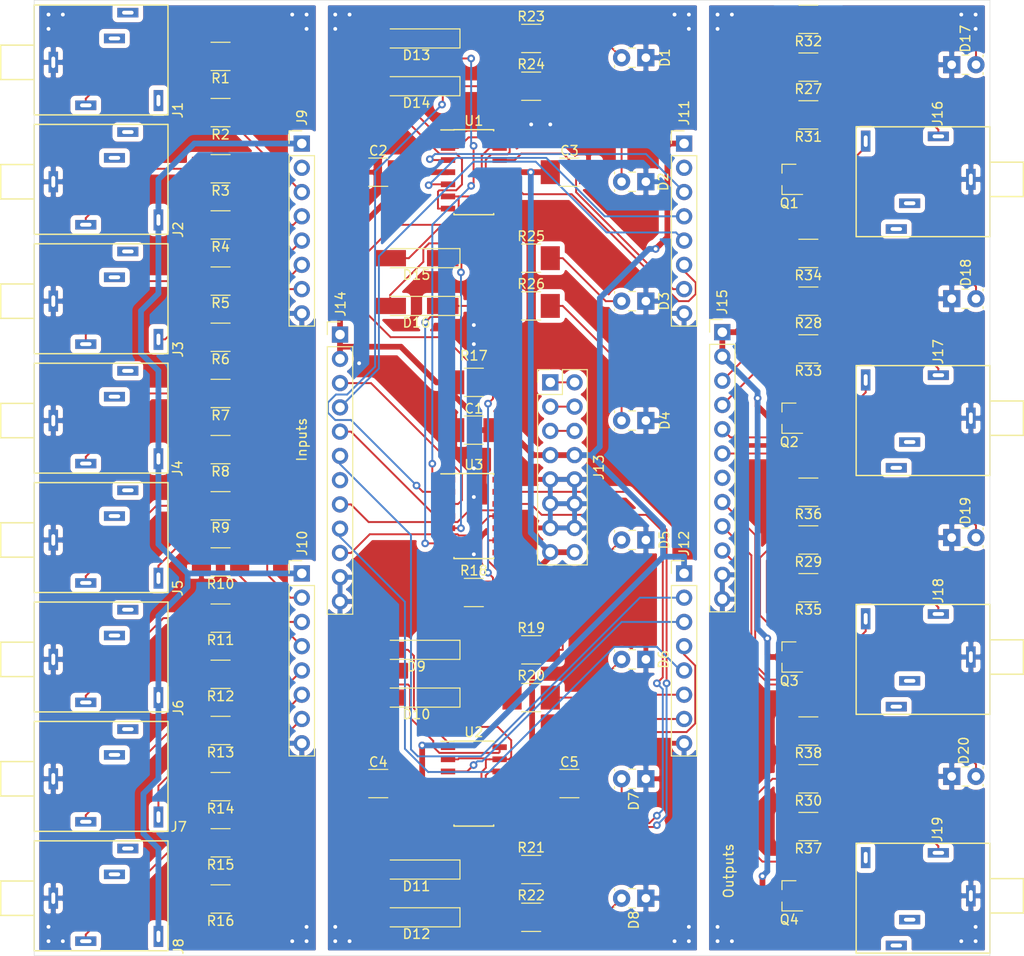
<source format=kicad_pcb>
(kicad_pcb (version 20171130) (host pcbnew "(5.1.5)-3")
  (layers (0 F.Cu signal) (31 B.Cu signal) (34 B.Paste user) (35 F.Paste user) (36 B.SilkS user) (37 F.SilkS user) (38 B.Mask user) (39 F.Mask user) (44 Edge.Cuts user))
  (net 0 "")
  (net 1 /-12V_B)
  (net 2 "Net-(D1-Pad2)")
  (net 3 "Net-(D2-Pad2)")
  (net 4 "Net-(D3-Pad2)")
  (net 5 "Net-(D4-Pad2)")
  (net 6 "Net-(D5-Pad2)")
  (net 7 "Net-(D6-Pad2)")
  (net 8 "Net-(D7-Pad2)")
  (net 9 "Net-(D8-Pad2)")
  (net 10 /GND_C)
  (net 11 "Net-(D17-Pad2)")
  (net 12 "Net-(D18-Pad2)")
  (net 13 "Net-(D19-Pad2)")
  (net 14 "Net-(D20-Pad2)")
  (net 15 "Net-(J1-Pad3)")
  (net 16 "Net-(J1-Pad2)")
  (net 17 "Net-(J2-Pad3)")
  (net 18 "Net-(J3-Pad3)")
  (net 19 /1_Carry_A)
  (net 20 "Net-(J4-Pad3)")
  (net 21 /2_Carry_A)
  (net 22 "Net-(J5-Pad3)")
  (net 23 "Net-(J6-Pad3)")
  (net 24 "Net-(J7-Pad3)")
  (net 25 /3_Carry_A)
  (net 26 "Net-(J8-Pad3)")
  (net 27 /IN2B_A)
  (net 28 /IN2A_A)
  (net 29 /IN1B_A)
  (net 30 /IN1A_A)
  (net 31 "Net-(J9-Pad2)")
  (net 32 /IN4B_A)
  (net 33 /IN4A_A)
  (net 34 /IN3B_A)
  (net 35 /IN3A_A)
  (net 36 "Net-(J11-Pad2)")
  (net 37 /IN1A_B)
  (net 38 /IN1B_B)
  (net 39 /1_Carry_B)
  (net 40 /IN2A_B)
  (net 41 /IN2B_B)
  (net 42 /2_Carry_B)
  (net 43 /IN3A_B)
  (net 44 /IN3B_B)
  (net 45 /3_Carry_B)
  (net 46 /IN4A_B)
  (net 47 /IN4B_B)
  (net 48 "Net-(J13-Pad5)")
  (net 49 "Net-(J13-Pad3)")
  (net 50 "Net-(J13-Pad1)")
  (net 51 /Out4_B)
  (net 52 /Out3_B)
  (net 53 "Net-(J14-Pad7)")
  (net 54 /Out2_B)
  (net 55 /Out1_B)
  (net 56 /Out1_C)
  (net 57 /1_Carry_C)
  (net 58 /Out2_C)
  (net 59 /2_Carry_C)
  (net 60 "Net-(J15-Pad7)")
  (net 61 /Out3_C)
  (net 62 /3_Carry_C)
  (net 63 /Out4_C)
  (net 64 "Net-(J16-Pad3)")
  (net 65 "Net-(J17-Pad3)")
  (net 66 "Net-(J18-Pad3)")
  (net 67 "Net-(J19-Pad3)")
  (net 68 "Net-(J19-Pad2)")
  (net 69 +12V_B)
  (net 70 GND_B)
  (net 71 GND_A)
  (net 72 +12VDC_A)
  (net 73 +12V_C)
  (net 74 "Net-(D9-Pad2)")
  (net 75 "Net-(D9-Pad1)")
  (net 76 "Net-(D10-Pad2)")
  (net 77 "Net-(D10-Pad1)")
  (net 78 "Net-(D11-Pad1)")
  (net 79 "Net-(D11-Pad2)")
  (net 80 "Net-(D12-Pad2)")
  (net 81 "Net-(D12-Pad1)")
  (net 82 "Net-(D13-Pad1)")
  (net 83 "Net-(D13-Pad2)")
  (net 84 "Net-(D14-Pad1)")
  (net 85 "Net-(D14-Pad2)")
  (net 86 "Net-(D15-Pad1)")
  (net 87 "Net-(D15-Pad2)")
  (net 88 "Net-(D16-Pad2)")
  (net 89 "Net-(D16-Pad1)")
  (net 90 "Net-(Q1-Pad2)")
  (net 91 "Net-(Q2-Pad2)")
  (net 92 "Net-(Q3-Pad2)")
  (net 93 "Net-(Q4-Pad2)")
  (net 94 Bias)
  (module Housings_SOIC:SOIC-14_3.9x8.7mm_Pitch1.27mm (layer F.Cu) (at 46 82)
    (fp_text reference U2 (at 0 -5.375) (layer F.SilkS))
    (fp_text value TL074)
    (pad 14 smd rect (at 2.7 -3.81) (size 1.5 0.6) (layers F.Cu F.Paste F.Mask) (net 80 "Net-(D12-Pad2)"))
    (pad 13 smd rect (at 2.7 -2.54) (size 1.5 0.6) (layers F.Cu F.Paste F.Mask) (net 94 Bias))
    (pad 12 smd rect (at 2.7 -1.27) (size 1.5 0.6) (layers F.Cu F.Paste F.Mask) (net 47 /IN4B_B))
    (pad 11 smd rect (at 2.7 0) (size 1.5 0.6) (layers F.Cu F.Paste F.Mask) (net 1 /-12V_B))
    (pad 10 smd rect (at 2.7 1.27) (size 1.5 0.6) (layers F.Cu F.Paste F.Mask) (net 46 /IN4A_B))
    (pad 9 smd rect (at 2.7 2.54) (size 1.5 0.6) (layers F.Cu F.Paste F.Mask) (net 94 Bias))
    (pad 8 smd rect (at 2.7 3.81) (size 1.5 0.6) (layers F.Cu F.Paste F.Mask) (net 79 "Net-(D11-Pad2)"))
    (pad 7 smd rect (at -2.7 3.81) (size 1.5 0.6) (layers F.Cu F.Paste F.Mask) (net 76 "Net-(D10-Pad2)"))
    (pad 6 smd rect (at -2.7 2.54) (size 1.5 0.6) (layers F.Cu F.Paste F.Mask) (net 94 Bias))
    (pad 5 smd rect (at -2.7 1.27) (size 1.5 0.6) (layers F.Cu F.Paste F.Mask) (net 44 /IN3B_B))
    (pad 4 smd rect (at -2.7 0) (size 1.5 0.6) (layers F.Cu F.Paste F.Mask) (net 69 +12V_B))
    (pad 3 smd rect (at -2.7 -1.27) (size 1.5 0.6) (layers F.Cu F.Paste F.Mask) (net 43 /IN3A_B))
    (pad 2 smd rect (at -2.7 -2.54) (size 1.5 0.6) (layers F.Cu F.Paste F.Mask) (net 94 Bias))
    (pad 1 smd rect (at -2.7 -3.81) (size 1.5 0.6) (layers F.Cu F.Paste F.Mask) (net 74 "Net-(D9-Pad2)"))
  )
  (module Housings_SOIC:SOIC-14_3.9x8.7mm_Pitch1.27mm (layer F.Cu) (at 46 18)
    (fp_text reference U1 (at 0 -5.375) (layer F.SilkS))
    (fp_text value TL074)
    (pad 1 smd rect (at -2.7 -3.81) (size 1.5 0.6) (layers F.Cu F.Paste F.Mask) (net 83 "Net-(D13-Pad2)"))
    (pad 2 smd rect (at -2.7 -2.54) (size 1.5 0.6) (layers F.Cu F.Paste F.Mask) (net 94 Bias))
    (pad 3 smd rect (at -2.7 -1.27) (size 1.5 0.6) (layers F.Cu F.Paste F.Mask) (net 37 /IN1A_B))
    (pad 4 smd rect (at -2.7 0) (size 1.5 0.6) (layers F.Cu F.Paste F.Mask) (net 69 +12V_B))
    (pad 5 smd rect (at -2.7 1.27) (size 1.5 0.6) (layers F.Cu F.Paste F.Mask) (net 38 /IN1B_B))
    (pad 6 smd rect (at -2.7 2.54) (size 1.5 0.6) (layers F.Cu F.Paste F.Mask) (net 94 Bias))
    (pad 7 smd rect (at -2.7 3.81) (size 1.5 0.6) (layers F.Cu F.Paste F.Mask) (net 85 "Net-(D14-Pad2)"))
    (pad 8 smd rect (at 2.7 3.81) (size 1.5 0.6) (layers F.Cu F.Paste F.Mask) (net 87 "Net-(D15-Pad2)"))
    (pad 9 smd rect (at 2.7 2.54) (size 1.5 0.6) (layers F.Cu F.Paste F.Mask) (net 94 Bias))
    (pad 10 smd rect (at 2.7 1.27) (size 1.5 0.6) (layers F.Cu F.Paste F.Mask) (net 40 /IN2A_B))
    (pad 11 smd rect (at 2.7 0) (size 1.5 0.6) (layers F.Cu F.Paste F.Mask) (net 1 /-12V_B))
    (pad 12 smd rect (at 2.7 -1.27) (size 1.5 0.6) (layers F.Cu F.Paste F.Mask) (net 41 /IN2B_B))
    (pad 13 smd rect (at 2.7 -2.54) (size 1.5 0.6) (layers F.Cu F.Paste F.Mask) (net 94 Bias))
    (pad 14 smd rect (at 2.7 -3.81) (size 1.5 0.6) (layers F.Cu F.Paste F.Mask) (net 88 "Net-(D16-Pad2)"))
  )
  (module LEDs:LED_Rectangular_W3.9mm_H1.9mm (layer F.Cu) (at 64 6.0147 180)
    (fp_text reference D1 (at -1.9892 0.00254 90) (layer F.SilkS))
    (fp_text value LED)
    (pad 1 thru_hole rect (at 0 0 180) (size 1.8 1.8) (drill 0.9) (layers *.Cu *.Mask) (net 70 GND_B))
    (pad 2 thru_hole circle (at 2.54 0 180) (size 1.8 1.8) (drill 0.9) (layers *.Cu *.Mask) (net 2 "Net-(D1-Pad2)"))
  )
  (module LEDs:LED_Rectangular_W3.9mm_H1.9mm (layer F.Cu) (at 64 19 180)
    (fp_text reference D2 (at -1.8241 -0.00174 90) (layer F.SilkS))
    (fp_text value LED)
    (pad 1 thru_hole rect (at 0 0 180) (size 1.8 1.8) (drill 0.9) (layers *.Cu *.Mask) (net 70 GND_B))
    (pad 2 thru_hole circle (at 2.54 0 180) (size 1.8 1.8) (drill 0.9) (layers *.Cu *.Mask) (net 3 "Net-(D2-Pad2)"))
  )
  (module LEDs:LED_Rectangular_W3.9mm_H1.9mm (layer F.Cu) (at 64 31.5 180)
    (fp_text reference D3 (at -1.89268 -0.00108 90) (layer F.SilkS))
    (fp_text value LED)
    (pad 2 thru_hole circle (at 2.54 0 180) (size 1.8 1.8) (drill 0.9) (layers *.Cu *.Mask) (net 4 "Net-(D3-Pad2)"))
    (pad 1 thru_hole rect (at 0 0 180) (size 1.8 1.8) (drill 0.9) (layers *.Cu *.Mask) (net 70 GND_B))
  )
  (module LEDs:LED_Rectangular_W3.9mm_H1.9mm (layer F.Cu) (at 64 44 180)
    (fp_text reference D4 (at -1.97396 -0.00042 90) (layer F.SilkS))
    (fp_text value LED)
    (pad 2 thru_hole circle (at 2.54 0 180) (size 1.8 1.8) (drill 0.9) (layers *.Cu *.Mask) (net 5 "Net-(D4-Pad2)"))
    (pad 1 thru_hole rect (at 0 0 180) (size 1.8 1.8) (drill 0.9) (layers *.Cu *.Mask) (net 70 GND_B))
  )
  (module LEDs:LED_Rectangular_W3.9mm_H1.9mm (layer F.Cu) (at 64 56.5 180)
    (fp_text reference D5 (at -1.92316 -0.00484 90) (layer F.SilkS))
    (fp_text value LED)
    (pad 1 thru_hole rect (at 0 0 180) (size 1.8 1.8) (drill 0.9) (layers *.Cu *.Mask) (net 70 GND_B))
    (pad 2 thru_hole circle (at 2.54 0 180) (size 1.8 1.8) (drill 0.9) (layers *.Cu *.Mask) (net 6 "Net-(D5-Pad2)"))
  )
  (module LEDs:LED_Rectangular_W3.9mm_H1.9mm (layer F.Cu) (at 64 69 180)
    (fp_text reference D6 (at -1.84696 0.00344 90) (layer F.SilkS))
    (fp_text value LED)
    (pad 2 thru_hole circle (at 2.54 0 180) (size 1.8 1.8) (drill 0.9) (layers *.Cu *.Mask) (net 7 "Net-(D6-Pad2)"))
    (pad 1 thru_hole rect (at 0 0 180) (size 1.8 1.8) (drill 0.9) (layers *.Cu *.Mask) (net 70 GND_B))
  )
  (module LEDs:LED_Rectangular_W3.9mm_H1.9mm (layer F.Cu) (at 64 81.5 180)
    (fp_text reference D7 (at 1.262 -2.34794 90) (layer F.SilkS))
    (fp_text value LED)
    (pad 2 thru_hole circle (at 2.54 0 180) (size 1.8 1.8) (drill 0.9) (layers *.Cu *.Mask) (net 8 "Net-(D7-Pad2)"))
    (pad 1 thru_hole rect (at 0 0 180) (size 1.8 1.8) (drill 0.9) (layers *.Cu *.Mask) (net 70 GND_B))
  )
  (module LEDs:LED_Rectangular_W3.9mm_H1.9mm (layer F.Cu) (at 64 94 180)
    (fp_text reference D8 (at 1.25946 -2.27362 90) (layer F.SilkS))
    (fp_text value LED)
    (pad 2 thru_hole circle (at 2.54 0 180) (size 1.8 1.8) (drill 0.9) (layers *.Cu *.Mask) (net 9 "Net-(D8-Pad2)"))
    (pad 1 thru_hole rect (at 0 0 180) (size 1.8 1.8) (drill 0.9) (layers *.Cu *.Mask) (net 70 GND_B))
  )
  (module LEDs:LED_Rectangular_W3.9mm_H1.9mm (layer F.Cu) (at 96 6.75)
    (fp_text reference D17 (at 1.43186 -2.72918 90) (layer F.SilkS))
    (fp_text value LED)
    (pad 1 thru_hole rect (at 0 0) (size 1.8 1.8) (drill 0.9) (layers *.Cu *.Mask) (net 10 /GND_C))
    (pad 2 thru_hole circle (at 2.54 0) (size 1.8 1.8) (drill 0.9) (layers *.Cu *.Mask) (net 11 "Net-(D17-Pad2)"))
  )
  (module LEDs:LED_Rectangular_W3.9mm_H1.9mm (layer F.Cu) (at 96 31.25)
    (fp_text reference D18 (at 1.47504 -2.74104 90) (layer F.SilkS))
    (fp_text value LED)
    (pad 1 thru_hole rect (at 0 0) (size 1.8 1.8) (drill 0.9) (layers *.Cu *.Mask) (net 10 /GND_C))
    (pad 2 thru_hole circle (at 2.54 0) (size 1.8 1.8) (drill 0.9) (layers *.Cu *.Mask) (net 12 "Net-(D18-Pad2)"))
  )
  (module LEDs:LED_Rectangular_W3.9mm_H1.9mm (layer F.Cu) (at 96 56.25)
    (fp_text reference D19 (at 1.4344 -2.80586 90) (layer F.SilkS))
    (fp_text value LED)
    (pad 2 thru_hole circle (at 2.54 0) (size 1.8 1.8) (drill 0.9) (layers *.Cu *.Mask) (net 13 "Net-(D19-Pad2)"))
    (pad 1 thru_hole rect (at 0 0) (size 1.8 1.8) (drill 0.9) (layers *.Cu *.Mask) (net 10 /GND_C))
  )
  (module LEDs:LED_Rectangular_W3.9mm_H1.9mm (layer F.Cu) (at 96 81.25)
    (fp_text reference D20 (at 1.26168 -2.7132 90) (layer F.SilkS))
    (fp_text value LED)
    (pad 1 thru_hole rect (at 0 0) (size 1.8 1.8) (drill 0.9) (layers *.Cu *.Mask) (net 10 /GND_C))
    (pad 2 thru_hole circle (at 2.54 0) (size 1.8 1.8) (drill 0.9) (layers *.Cu *.Mask) (net 14 "Net-(D20-Pad2)"))
  )
  (module Custom_Library:Mono_Jack_3.5mm_Switch_Switchcraft_35RAPC2AH3 (layer F.Cu) (at 0 6.5)
    (fp_text reference J1 (at 15.02664 5.01382 90) (layer F.SilkS))
    (fp_text value AudioJack1_Switch)
    (pad 1 thru_hole rect (at 2 0) (size 1 2.2) (drill oval 0.4 1.2) (layers *.Cu *.Mask) (net 71 GND_A))
    (pad 3 thru_hole rect (at 5.4 4.5) (size 2.2 1) (drill oval 1.2 0.4) (layers *.Cu *.Mask) (net 15 "Net-(J1-Pad3)"))
    (pad 2 thru_hole rect (at 13 4) (size 1 2.2) (drill oval 0.4 1.2) (layers *.Cu *.Mask) (net 16 "Net-(J1-Pad2)"))
    (pad ~ thru_hole rect (at 8.4 -2.5) (size 2.2 1) (drill oval 1.2 0.4) (layers *.Cu *.Mask))
    (pad ~ thru_hole rect (at 9.8 -5.2) (size 2.2 1) (drill oval 1.2 0.4) (layers *.Cu *.Mask))
  )
  (module Custom_Library:Mono_Jack_3.5mm_Switch_Switchcraft_35RAPC2AH3 (layer F.Cu) (at 0 19)
    (fp_text reference J2 (at 15.06474 5.01824 90) (layer F.SilkS))
    (fp_text value AudioJack1_Switch)
    (pad ~ thru_hole rect (at 9.8 -5.2) (size 2.2 1) (drill oval 1.2 0.4) (layers *.Cu *.Mask))
    (pad ~ thru_hole rect (at 8.4 -2.5) (size 2.2 1) (drill oval 1.2 0.4) (layers *.Cu *.Mask))
    (pad 2 thru_hole rect (at 13 4) (size 1 2.2) (drill oval 0.4 1.2) (layers *.Cu *.Mask) (net 72 +12VDC_A))
    (pad 3 thru_hole rect (at 5.4 4.5) (size 2.2 1) (drill oval 1.2 0.4) (layers *.Cu *.Mask) (net 17 "Net-(J2-Pad3)"))
    (pad 1 thru_hole rect (at 2 0) (size 1 2.2) (drill oval 0.4 1.2) (layers *.Cu *.Mask) (net 71 GND_A))
  )
  (module Custom_Library:Mono_Jack_3.5mm_Switch_Switchcraft_35RAPC2AH3 (layer F.Cu) (at 0 31.5)
    (fp_text reference J3 (at 15.05966 5.05314 90) (layer F.SilkS))
    (fp_text value AudioJack1_Switch)
    (pad 1 thru_hole rect (at 2 0) (size 1 2.2) (drill oval 0.4 1.2) (layers *.Cu *.Mask) (net 71 GND_A))
    (pad 3 thru_hole rect (at 5.4 4.5) (size 2.2 1) (drill oval 1.2 0.4) (layers *.Cu *.Mask) (net 18 "Net-(J3-Pad3)"))
    (pad 2 thru_hole rect (at 13 4) (size 1 2.2) (drill oval 0.4 1.2) (layers *.Cu *.Mask) (net 19 /1_Carry_A))
    (pad ~ thru_hole rect (at 8.4 -2.5) (size 2.2 1) (drill oval 1.2 0.4) (layers *.Cu *.Mask))
    (pad ~ thru_hole rect (at 9.8 -5.2) (size 2.2 1) (drill oval 1.2 0.4) (layers *.Cu *.Mask))
  )
  (module Custom_Library:Mono_Jack_3.5mm_Switch_Switchcraft_35RAPC2AH3 (layer F.Cu) (at 0 44)
    (fp_text reference J4 (at 14.99616 5.01438 90) (layer F.SilkS))
    (fp_text value AudioJack1_Switch)
    (pad ~ thru_hole rect (at 9.8 -5.2) (size 2.2 1) (drill oval 1.2 0.4) (layers *.Cu *.Mask))
    (pad ~ thru_hole rect (at 8.4 -2.5) (size 2.2 1) (drill oval 1.2 0.4) (layers *.Cu *.Mask))
    (pad 2 thru_hole rect (at 13 4) (size 1 2.2) (drill oval 0.4 1.2) (layers *.Cu *.Mask) (net 72 +12VDC_A))
    (pad 3 thru_hole rect (at 5.4 4.5) (size 2.2 1) (drill oval 1.2 0.4) (layers *.Cu *.Mask) (net 20 "Net-(J4-Pad3)"))
    (pad 1 thru_hole rect (at 2 0) (size 1 2.2) (drill oval 0.4 1.2) (layers *.Cu *.Mask) (net 71 GND_A))
  )
  (module Custom_Library:Mono_Jack_3.5mm_Switch_Switchcraft_35RAPC2AH3 (layer F.Cu) (at 0 56.5)
    (fp_text reference J5 (at 15.02156 5.04166 90) (layer F.SilkS))
    (fp_text value AudioJack1_Switch)
    (pad ~ thru_hole rect (at 9.8 -5.2) (size 2.2 1) (drill oval 1.2 0.4) (layers *.Cu *.Mask))
    (pad ~ thru_hole rect (at 8.4 -2.5) (size 2.2 1) (drill oval 1.2 0.4) (layers *.Cu *.Mask))
    (pad 2 thru_hole rect (at 13 4) (size 1 2.2) (drill oval 0.4 1.2) (layers *.Cu *.Mask) (net 21 /2_Carry_A))
    (pad 3 thru_hole rect (at 5.4 4.5) (size 2.2 1) (drill oval 1.2 0.4) (layers *.Cu *.Mask) (net 22 "Net-(J5-Pad3)"))
    (pad 1 thru_hole rect (at 2 0) (size 1 2.2) (drill oval 0.4 1.2) (layers *.Cu *.Mask) (net 71 GND_A))
  )
  (module Custom_Library:Mono_Jack_3.5mm_Switch_Switchcraft_35RAPC2AH3 (layer F.Cu) (at 0 69)
    (fp_text reference J6 (at 15.08252 5.07656 90) (layer F.SilkS))
    (fp_text value AudioJack1_Switch)
    (pad 1 thru_hole rect (at 2 0) (size 1 2.2) (drill oval 0.4 1.2) (layers *.Cu *.Mask) (net 71 GND_A))
    (pad 3 thru_hole rect (at 5.4 4.5) (size 2.2 1) (drill oval 1.2 0.4) (layers *.Cu *.Mask) (net 23 "Net-(J6-Pad3)"))
    (pad 2 thru_hole rect (at 13 4) (size 1 2.2) (drill oval 0.4 1.2) (layers *.Cu *.Mask) (net 72 +12VDC_A))
    (pad ~ thru_hole rect (at 8.4 -2.5) (size 2.2 1) (drill oval 1.2 0.4) (layers *.Cu *.Mask))
    (pad ~ thru_hole rect (at 9.8 -5.2) (size 2.2 1) (drill oval 1.2 0.4) (layers *.Cu *.Mask))
  )
  (module Custom_Library:Mono_Jack_3.5mm_Switch_Switchcraft_35RAPC2AH3 (layer F.Cu) (at 0 81.5)
    (fp_text reference J7 (at 15.12062 5.02764) (layer F.SilkS))
    (fp_text value AudioJack1_Switch)
    (pad 1 thru_hole rect (at 2 0) (size 1 2.2) (drill oval 0.4 1.2) (layers *.Cu *.Mask) (net 71 GND_A))
    (pad 3 thru_hole rect (at 5.4 4.5) (size 2.2 1) (drill oval 1.2 0.4) (layers *.Cu *.Mask) (net 24 "Net-(J7-Pad3)"))
    (pad 2 thru_hole rect (at 13 4) (size 1 2.2) (drill oval 0.4 1.2) (layers *.Cu *.Mask) (net 25 /3_Carry_A))
    (pad ~ thru_hole rect (at 8.4 -2.5) (size 2.2 1) (drill oval 1.2 0.4) (layers *.Cu *.Mask))
    (pad ~ thru_hole rect (at 9.8 -5.2) (size 2.2 1) (drill oval 1.2 0.4) (layers *.Cu *.Mask))
  )
  (module Custom_Library:Mono_Jack_3.5mm_Switch_Switchcraft_35RAPC2AH3 (layer F.Cu) (at 0 94)
    (fp_text reference J8 (at 15.10792 5.05238 90) (layer F.SilkS))
    (fp_text value AudioJack1_Switch)
    (pad ~ thru_hole rect (at 9.8 -5.2) (size 2.2 1) (drill oval 1.2 0.4) (layers *.Cu *.Mask))
    (pad ~ thru_hole rect (at 8.4 -2.5) (size 2.2 1) (drill oval 1.2 0.4) (layers *.Cu *.Mask))
    (pad 2 thru_hole rect (at 13 4) (size 1 2.2) (drill oval 0.4 1.2) (layers *.Cu *.Mask) (net 72 +12VDC_A))
    (pad 3 thru_hole rect (at 5.4 4.5) (size 2.2 1) (drill oval 1.2 0.4) (layers *.Cu *.Mask) (net 26 "Net-(J8-Pad3)"))
    (pad 1 thru_hole rect (at 2 0) (size 1 2.2) (drill oval 0.4 1.2) (layers *.Cu *.Mask) (net 71 GND_A))
  )
  (module Pin_Headers:Pin_Header_Straight_1x08_Pitch2.54mm (layer F.Cu) (at 28 15)
    (fp_text reference J9 (at 0.02382 -2.71148 90) (layer F.SilkS))
    (fp_text value Conn_01x08)
    (pad 8 thru_hole oval (at 0 17.78) (size 1.7 1.7) (drill 1) (layers *.Cu *.Mask) (net 71 GND_A))
    (pad 7 thru_hole oval (at 0 15.24) (size 1.7 1.7) (drill 1) (layers *.Cu *.Mask) (net 27 /IN2B_A))
    (pad 6 thru_hole oval (at 0 12.7) (size 1.7 1.7) (drill 1) (layers *.Cu *.Mask) (net 28 /IN2A_A))
    (pad 5 thru_hole oval (at 0 10.16) (size 1.7 1.7) (drill 1) (layers *.Cu *.Mask) (net 19 /1_Carry_A))
    (pad 4 thru_hole oval (at 0 7.62) (size 1.7 1.7) (drill 1) (layers *.Cu *.Mask) (net 29 /IN1B_A))
    (pad 3 thru_hole oval (at 0 5.08) (size 1.7 1.7) (drill 1) (layers *.Cu *.Mask) (net 30 /IN1A_A))
    (pad 2 thru_hole oval (at 0 2.54) (size 1.7 1.7) (drill 1) (layers *.Cu *.Mask) (net 31 "Net-(J9-Pad2)"))
    (pad 1 thru_hole rect (at 0 0) (size 1.7 1.7) (drill 1) (layers *.Cu *.Mask) (net 72 +12VDC_A))
  )
  (module Pin_Headers:Pin_Header_Straight_1x08_Pitch2.54mm (layer F.Cu) (at 28 60)
    (fp_text reference J10 (at 0.0416 -3.15734 90) (layer F.SilkS))
    (fp_text value Conn_01x08)
    (pad 8 thru_hole oval (at 0 17.78) (size 1.7 1.7) (drill 1) (layers *.Cu *.Mask) (net 71 GND_A))
    (pad 7 thru_hole oval (at 0 15.24) (size 1.7 1.7) (drill 1) (layers *.Cu *.Mask) (net 32 /IN4B_A))
    (pad 6 thru_hole oval (at 0 12.7) (size 1.7 1.7) (drill 1) (layers *.Cu *.Mask) (net 33 /IN4A_A))
    (pad 5 thru_hole oval (at 0 10.16) (size 1.7 1.7) (drill 1) (layers *.Cu *.Mask) (net 25 /3_Carry_A))
    (pad 4 thru_hole oval (at 0 7.62) (size 1.7 1.7) (drill 1) (layers *.Cu *.Mask) (net 34 /IN3B_A))
    (pad 3 thru_hole oval (at 0 5.08) (size 1.7 1.7) (drill 1) (layers *.Cu *.Mask) (net 35 /IN3A_A))
    (pad 2 thru_hole oval (at 0 2.54) (size 1.7 1.7) (drill 1) (layers *.Cu *.Mask) (net 21 /2_Carry_A))
    (pad 1 thru_hole rect (at 0 0) (size 1.7 1.7) (drill 1) (layers *.Cu *.Mask) (net 72 +12VDC_A))
  )
  (module Pin_Headers:Pin_Header_Straight_1x08_Pitch2.54mm (layer F.Cu) (at 68 15)
    (fp_text reference J11 (at 0.00342 -3.21186 90) (layer F.SilkS))
    (fp_text value Conn_01x08)
    (pad 1 thru_hole rect (at 0 0) (size 1.7 1.7) (drill 1) (layers *.Cu *.Mask) (net 69 +12V_B))
    (pad 2 thru_hole oval (at 0 2.54) (size 1.7 1.7) (drill 1) (layers *.Cu *.Mask) (net 36 "Net-(J11-Pad2)"))
    (pad 3 thru_hole oval (at 0 5.08) (size 1.7 1.7) (drill 1) (layers *.Cu *.Mask) (net 37 /IN1A_B))
    (pad 4 thru_hole oval (at 0 7.62) (size 1.7 1.7) (drill 1) (layers *.Cu *.Mask) (net 38 /IN1B_B))
    (pad 5 thru_hole oval (at 0 10.16) (size 1.7 1.7) (drill 1) (layers *.Cu *.Mask) (net 39 /1_Carry_B))
    (pad 6 thru_hole oval (at 0 12.7) (size 1.7 1.7) (drill 1) (layers *.Cu *.Mask) (net 40 /IN2A_B))
    (pad 7 thru_hole oval (at 0 15.24) (size 1.7 1.7) (drill 1) (layers *.Cu *.Mask) (net 41 /IN2B_B))
    (pad 8 thru_hole oval (at 0 17.78) (size 1.7 1.7) (drill 1) (layers *.Cu *.Mask) (net 70 GND_B))
  )
  (module Pin_Headers:Pin_Header_Straight_1x08_Pitch2.54mm (layer F.Cu) (at 68 60)
    (fp_text reference J12 (at -0.00674 -3.13702 90) (layer F.SilkS))
    (fp_text value Conn_01x08)
    (pad 1 thru_hole rect (at 0 0) (size 1.7 1.7) (drill 1) (layers *.Cu *.Mask) (net 69 +12V_B))
    (pad 2 thru_hole oval (at 0 2.54) (size 1.7 1.7) (drill 1) (layers *.Cu *.Mask) (net 42 /2_Carry_B))
    (pad 3 thru_hole oval (at 0 5.08) (size 1.7 1.7) (drill 1) (layers *.Cu *.Mask) (net 43 /IN3A_B))
    (pad 4 thru_hole oval (at 0 7.62) (size 1.7 1.7) (drill 1) (layers *.Cu *.Mask) (net 44 /IN3B_B))
    (pad 5 thru_hole oval (at 0 10.16) (size 1.7 1.7) (drill 1) (layers *.Cu *.Mask) (net 45 /3_Carry_B))
    (pad 6 thru_hole oval (at 0 12.7) (size 1.7 1.7) (drill 1) (layers *.Cu *.Mask) (net 46 /IN4A_B))
    (pad 7 thru_hole oval (at 0 15.24) (size 1.7 1.7) (drill 1) (layers *.Cu *.Mask) (net 47 /IN4B_B))
    (pad 8 thru_hole oval (at 0 17.78) (size 1.7 1.7) (drill 1) (layers *.Cu *.Mask) (net 70 GND_B))
  )
  (module Pin_Headers:Pin_Header_Straight_2x08_Pitch2.54mm (layer F.Cu) (at 54 40)
    (fp_text reference J13 (at 5.08 8.89 90) (layer F.SilkS))
    (fp_text value Conn_02x08_Odd_Even)
    (pad 16 thru_hole oval (at 2.54 17.78) (size 1.7 1.7) (drill 1) (layers *.Cu *.Mask) (net 1 /-12V_B))
    (pad 15 thru_hole oval (at 0 17.78) (size 1.7 1.7) (drill 1) (layers *.Cu *.Mask) (net 1 /-12V_B))
    (pad 14 thru_hole oval (at 2.54 15.24) (size 1.7 1.7) (drill 1) (layers *.Cu *.Mask) (net 70 GND_B))
    (pad 13 thru_hole oval (at 0 15.24) (size 1.7 1.7) (drill 1) (layers *.Cu *.Mask) (net 70 GND_B))
    (pad 12 thru_hole oval (at 2.54 12.7) (size 1.7 1.7) (drill 1) (layers *.Cu *.Mask) (net 70 GND_B))
    (pad 11 thru_hole oval (at 0 12.7) (size 1.7 1.7) (drill 1) (layers *.Cu *.Mask) (net 70 GND_B))
    (pad 10 thru_hole oval (at 2.54 10.16) (size 1.7 1.7) (drill 1) (layers *.Cu *.Mask) (net 70 GND_B))
    (pad 9 thru_hole oval (at 0 10.16) (size 1.7 1.7) (drill 1) (layers *.Cu *.Mask) (net 70 GND_B))
    (pad 8 thru_hole oval (at 2.54 7.62) (size 1.7 1.7) (drill 1) (layers *.Cu *.Mask) (net 69 +12V_B))
    (pad 7 thru_hole oval (at 0 7.62) (size 1.7 1.7) (drill 1) (layers *.Cu *.Mask) (net 69 +12V_B))
    (pad 6 thru_hole oval (at 2.54 5.08) (size 1.7 1.7) (drill 1) (layers *.Cu *.Mask) (net 48 "Net-(J13-Pad5)"))
    (pad 5 thru_hole oval (at 0 5.08) (size 1.7 1.7) (drill 1) (layers *.Cu *.Mask) (net 48 "Net-(J13-Pad5)"))
    (pad 4 thru_hole oval (at 2.54 2.54) (size 1.7 1.7) (drill 1) (layers *.Cu *.Mask) (net 49 "Net-(J13-Pad3)"))
    (pad 3 thru_hole oval (at 0 2.54) (size 1.7 1.7) (drill 1) (layers *.Cu *.Mask) (net 49 "Net-(J13-Pad3)"))
    (pad 2 thru_hole oval (at 2.54 0) (size 1.7 1.7) (drill 1) (layers *.Cu *.Mask) (net 50 "Net-(J13-Pad1)"))
    (pad 1 thru_hole rect (at 0 0) (size 1.7 1.7) (drill 1) (layers *.Cu *.Mask) (net 50 "Net-(J13-Pad1)"))
  )
  (module Pin_Headers:Pin_Header_Straight_1x12_Pitch2.54mm (layer F.Cu) (at 32 35)
    (fp_text reference J14 (at 0.06242 -3.20174 90) (layer F.SilkS))
    (fp_text value Conn_01x12)
    (pad 12 thru_hole oval (at 0 27.94) (size 1.7 1.7) (drill 1) (layers *.Cu *.Mask) (net 70 GND_B))
    (pad 11 thru_hole oval (at 0 25.4) (size 1.7 1.7) (drill 1) (layers *.Cu *.Mask) (net 70 GND_B))
    (pad 10 thru_hole oval (at 0 22.86) (size 1.7 1.7) (drill 1) (layers *.Cu *.Mask) (net 51 /Out4_B))
    (pad 9 thru_hole oval (at 0 20.32) (size 1.7 1.7) (drill 1) (layers *.Cu *.Mask) (net 45 /3_Carry_B))
    (pad 8 thru_hole oval (at 0 17.78) (size 1.7 1.7) (drill 1) (layers *.Cu *.Mask) (net 52 /Out3_B))
    (pad 7 thru_hole oval (at 0 15.24) (size 1.7 1.7) (drill 1) (layers *.Cu *.Mask) (net 53 "Net-(J14-Pad7)"))
    (pad 6 thru_hole oval (at 0 12.7) (size 1.7 1.7) (drill 1) (layers *.Cu *.Mask) (net 42 /2_Carry_B))
    (pad 5 thru_hole oval (at 0 10.16) (size 1.7 1.7) (drill 1) (layers *.Cu *.Mask) (net 54 /Out2_B))
    (pad 4 thru_hole oval (at 0 7.62) (size 1.7 1.7) (drill 1) (layers *.Cu *.Mask) (net 39 /1_Carry_B))
    (pad 3 thru_hole oval (at 0 5.08) (size 1.7 1.7) (drill 1) (layers *.Cu *.Mask) (net 55 /Out1_B))
    (pad 2 thru_hole oval (at 0 2.54) (size 1.7 1.7) (drill 1) (layers *.Cu *.Mask) (net 69 +12V_B))
    (pad 1 thru_hole rect (at 0 0) (size 1.7 1.7) (drill 1) (layers *.Cu *.Mask) (net 69 +12V_B))
  )
  (module Pin_Headers:Pin_Header_Straight_1x12_Pitch2.54mm (layer F.Cu) (at 72 34.75)
    (fp_text reference J15 (at -0.01132 -3.16256 90) (layer F.SilkS))
    (fp_text value Conn_01x12)
    (pad 1 thru_hole rect (at 0 0) (size 1.7 1.7) (drill 1) (layers *.Cu *.Mask) (net 73 +12V_C))
    (pad 2 thru_hole oval (at 0 2.54) (size 1.7 1.7) (drill 1) (layers *.Cu *.Mask) (net 73 +12V_C))
    (pad 3 thru_hole oval (at 0 5.08) (size 1.7 1.7) (drill 1) (layers *.Cu *.Mask) (net 56 /Out1_C))
    (pad 4 thru_hole oval (at 0 7.62) (size 1.7 1.7) (drill 1) (layers *.Cu *.Mask) (net 57 /1_Carry_C))
    (pad 5 thru_hole oval (at 0 10.16) (size 1.7 1.7) (drill 1) (layers *.Cu *.Mask) (net 58 /Out2_C))
    (pad 6 thru_hole oval (at 0 12.7) (size 1.7 1.7) (drill 1) (layers *.Cu *.Mask) (net 59 /2_Carry_C))
    (pad 7 thru_hole oval (at 0 15.24) (size 1.7 1.7) (drill 1) (layers *.Cu *.Mask) (net 60 "Net-(J15-Pad7)"))
    (pad 8 thru_hole oval (at 0 17.78) (size 1.7 1.7) (drill 1) (layers *.Cu *.Mask) (net 61 /Out3_C))
    (pad 9 thru_hole oval (at 0 20.32) (size 1.7 1.7) (drill 1) (layers *.Cu *.Mask) (net 62 /3_Carry_C))
    (pad 10 thru_hole oval (at 0 22.86) (size 1.7 1.7) (drill 1) (layers *.Cu *.Mask) (net 63 /Out4_C))
    (pad 11 thru_hole oval (at 0 25.4) (size 1.7 1.7) (drill 1) (layers *.Cu *.Mask) (net 10 /GND_C))
    (pad 12 thru_hole oval (at 0 27.94) (size 1.7 1.7) (drill 1) (layers *.Cu *.Mask) (net 10 /GND_C))
  )
  (module Custom_Library:Mono_Jack_3.5mm_Switch_Switchcraft_35RAPC2AH3 (layer F.Cu) (at 100 18.75 180)
    (fp_text reference J16 (at 5.4739 6.89582 90) (layer F.SilkS))
    (fp_text value AudioJack1_Switch)
    (pad 1 thru_hole rect (at 2 0 180) (size 1 2.2) (drill oval 0.4 1.2) (layers *.Cu *.Mask) (net 10 /GND_C))
    (pad 3 thru_hole rect (at 5.4 4.5 180) (size 2.2 1) (drill oval 1.2 0.4) (layers *.Cu *.Mask) (net 64 "Net-(J16-Pad3)"))
    (pad 2 thru_hole rect (at 13 4 180) (size 1 2.2) (drill oval 0.4 1.2) (layers *.Cu *.Mask) (net 57 /1_Carry_C))
    (pad ~ thru_hole rect (at 8.4 -2.5 180) (size 2.2 1) (drill oval 1.2 0.4) (layers *.Cu *.Mask))
    (pad ~ thru_hole rect (at 9.8 -5.2 180) (size 2.2 1) (drill oval 1.2 0.4) (layers *.Cu *.Mask))
  )
  (module Custom_Library:Mono_Jack_3.5mm_Switch_Switchcraft_35RAPC2AH3 (layer F.Cu) (at 100 43.75 180)
    (fp_text reference J17 (at 5.41548 6.94794 90) (layer F.SilkS))
    (fp_text value AudioJack1_Switch)
    (pad ~ thru_hole rect (at 9.8 -5.2 180) (size 2.2 1) (drill oval 1.2 0.4) (layers *.Cu *.Mask))
    (pad ~ thru_hole rect (at 8.4 -2.5 180) (size 2.2 1) (drill oval 1.2 0.4) (layers *.Cu *.Mask))
    (pad 2 thru_hole rect (at 13 4 180) (size 1 2.2) (drill oval 0.4 1.2) (layers *.Cu *.Mask) (net 59 /2_Carry_C))
    (pad 3 thru_hole rect (at 5.4 4.5 180) (size 2.2 1) (drill oval 1.2 0.4) (layers *.Cu *.Mask) (net 65 "Net-(J17-Pad3)"))
    (pad 1 thru_hole rect (at 2 0 180) (size 1 2.2) (drill oval 0.4 1.2) (layers *.Cu *.Mask) (net 10 /GND_C))
  )
  (module Custom_Library:Mono_Jack_3.5mm_Switch_Switchcraft_35RAPC2AH3 (layer F.Cu) (at 100 68.75 180)
    (fp_text reference J18 (at 5.40786 6.93148 90) (layer F.SilkS))
    (fp_text value AudioJack1_Switch)
    (pad ~ thru_hole rect (at 9.8 -5.2 180) (size 2.2 1) (drill oval 1.2 0.4) (layers *.Cu *.Mask))
    (pad ~ thru_hole rect (at 8.4 -2.5 180) (size 2.2 1) (drill oval 1.2 0.4) (layers *.Cu *.Mask))
    (pad 2 thru_hole rect (at 13 4 180) (size 1 2.2) (drill oval 0.4 1.2) (layers *.Cu *.Mask) (net 62 /3_Carry_C))
    (pad 3 thru_hole rect (at 5.4 4.5 180) (size 2.2 1) (drill oval 1.2 0.4) (layers *.Cu *.Mask) (net 66 "Net-(J18-Pad3)"))
    (pad 1 thru_hole rect (at 2 0 180) (size 1 2.2) (drill oval 0.4 1.2) (layers *.Cu *.Mask) (net 10 /GND_C))
  )
  (module Custom_Library:Mono_Jack_3.5mm_Switch_Switchcraft_35RAPC2AH3 (layer F.Cu) (at 100 93.75 180)
    (fp_text reference J19 (at 5.4993 6.95566 90) (layer F.SilkS))
    (fp_text value AudioJack1_Switch)
    (pad 1 thru_hole rect (at 2 0 180) (size 1 2.2) (drill oval 0.4 1.2) (layers *.Cu *.Mask) (net 10 /GND_C))
    (pad 3 thru_hole rect (at 5.4 4.5 180) (size 2.2 1) (drill oval 1.2 0.4) (layers *.Cu *.Mask) (net 67 "Net-(J19-Pad3)"))
    (pad 2 thru_hole rect (at 13 4 180) (size 1 2.2) (drill oval 0.4 1.2) (layers *.Cu *.Mask) (net 68 "Net-(J19-Pad2)"))
    (pad ~ thru_hole rect (at 8.4 -2.5 180) (size 2.2 1) (drill oval 1.2 0.4) (layers *.Cu *.Mask))
    (pad ~ thru_hole rect (at 9.8 -5.2 180) (size 2.2 1) (drill oval 1.2 0.4) (layers *.Cu *.Mask))
  )
  (module Capacitors_SMD:C_1210_HandSoldering (layer F.Cu) (at 46 45)
    (fp_text reference C1 (at 0 -2.25) (layer F.SilkS))
    (fp_text value 10uF)
    (pad 1 smd rect (at -2 0) (size 2 2.5) (layers F.Cu F.Paste F.Mask) (net 70 GND_B))
    (pad 2 smd rect (at 2 0) (size 2 2.5) (layers F.Cu F.Paste F.Mask) (net 69 +12V_B))
  )
  (module Capacitors_SMD:C_1210_HandSoldering (layer F.Cu) (at 36 18)
    (fp_text reference C2 (at 0 -2.25) (layer F.SilkS))
    (fp_text value 10uF)
    (pad 2 smd rect (at 2 0) (size 2 2.5) (layers F.Cu F.Paste F.Mask) (net 69 +12V_B))
    (pad 1 smd rect (at -2 0) (size 2 2.5) (layers F.Cu F.Paste F.Mask) (net 70 GND_B))
  )
  (module Capacitors_SMD:C_1210_HandSoldering (layer F.Cu) (at 56 18)
    (fp_text reference C3 (at 0 -2.25) (layer F.SilkS))
    (fp_text value 10uF)
    (pad 2 smd rect (at 2 0) (size 2 2.5) (layers F.Cu F.Paste F.Mask) (net 70 GND_B))
    (pad 1 smd rect (at -2 0) (size 2 2.5) (layers F.Cu F.Paste F.Mask) (net 1 /-12V_B))
  )
  (module Capacitors_SMD:C_1210_HandSoldering (layer F.Cu) (at 36 82)
    (fp_text reference C4 (at 0 -2.25) (layer F.SilkS))
    (fp_text value 10uF)
    (pad 1 smd rect (at -2 0) (size 2 2.5) (layers F.Cu F.Paste F.Mask) (net 70 GND_B))
    (pad 2 smd rect (at 2 0) (size 2 2.5) (layers F.Cu F.Paste F.Mask) (net 69 +12V_B))
  )
  (module Capacitors_SMD:C_1210_HandSoldering (layer F.Cu) (at 56 82)
    (fp_text reference C5 (at 0 -2.25) (layer F.SilkS))
    (fp_text value 10uF)
    (pad 2 smd rect (at 2 0) (size 2 2.5) (layers F.Cu F.Paste F.Mask) (net 70 GND_B))
    (pad 1 smd rect (at -2 0) (size 2 2.5) (layers F.Cu F.Paste F.Mask) (net 1 /-12V_B))
  )
  (module Diodes_SMD:D_MiniMELF_Handsoldering (layer F.Cu) (at 40 68 180)
    (fp_text reference D9 (at 0 -1.75) (layer F.SilkS))
    (fp_text value LL4148)
    (pad 2 smd rect (at 2.75 0 180) (size 3.3 1.7) (layers F.Cu F.Paste F.Mask) (net 74 "Net-(D9-Pad2)"))
    (pad 1 smd rect (at -2.75 0 180) (size 3.3 1.7) (layers F.Cu F.Paste F.Mask) (net 75 "Net-(D9-Pad1)"))
  )
  (module Diodes_SMD:D_MiniMELF_Handsoldering (layer F.Cu) (at 40 73 180)
    (fp_text reference D10 (at 0 -1.75) (layer F.SilkS))
    (fp_text value LL4148)
    (pad 2 smd rect (at 2.75 0 180) (size 3.3 1.7) (layers F.Cu F.Paste F.Mask) (net 76 "Net-(D10-Pad2)"))
    (pad 1 smd rect (at -2.75 0 180) (size 3.3 1.7) (layers F.Cu F.Paste F.Mask) (net 77 "Net-(D10-Pad1)"))
  )
  (module Diodes_SMD:D_MiniMELF_Handsoldering (layer F.Cu) (at 40 91 180)
    (fp_text reference D11 (at 0 -1.75) (layer F.SilkS))
    (fp_text value LL4148)
    (pad 1 smd rect (at -2.75 0 180) (size 3.3 1.7) (layers F.Cu F.Paste F.Mask) (net 78 "Net-(D11-Pad1)"))
    (pad 2 smd rect (at 2.75 0 180) (size 3.3 1.7) (layers F.Cu F.Paste F.Mask) (net 79 "Net-(D11-Pad2)"))
  )
  (module Diodes_SMD:D_MiniMELF_Handsoldering (layer F.Cu) (at 40 96 180)
    (fp_text reference D12 (at 0 -1.75) (layer F.SilkS))
    (fp_text value LL4148)
    (pad 2 smd rect (at 2.75 0 180) (size 3.3 1.7) (layers F.Cu F.Paste F.Mask) (net 80 "Net-(D12-Pad2)"))
    (pad 1 smd rect (at -2.75 0 180) (size 3.3 1.7) (layers F.Cu F.Paste F.Mask) (net 81 "Net-(D12-Pad1)"))
  )
  (module Diodes_SMD:D_MiniMELF_Handsoldering (layer F.Cu) (at 40 4 180)
    (fp_text reference D13 (at 0 -1.75) (layer F.SilkS))
    (fp_text value LL4148)
    (pad 1 smd rect (at -2.75 0 180) (size 3.3 1.7) (layers F.Cu F.Paste F.Mask) (net 82 "Net-(D13-Pad1)"))
    (pad 2 smd rect (at 2.75 0 180) (size 3.3 1.7) (layers F.Cu F.Paste F.Mask) (net 83 "Net-(D13-Pad2)"))
  )
  (module Diodes_SMD:D_MiniMELF_Handsoldering (layer F.Cu) (at 40 9 180)
    (fp_text reference D14 (at 0 -1.75) (layer F.SilkS))
    (fp_text value LL4148)
    (pad 1 smd rect (at -2.75 0 180) (size 3.3 1.7) (layers F.Cu F.Paste F.Mask) (net 84 "Net-(D14-Pad1)"))
    (pad 2 smd rect (at 2.75 0 180) (size 3.3 1.7) (layers F.Cu F.Paste F.Mask) (net 85 "Net-(D14-Pad2)"))
  )
  (module Diodes_SMD:D_MiniMELF_Handsoldering (layer F.Cu) (at 40 27 180)
    (fp_text reference D15 (at 0 -1.75) (layer F.SilkS))
    (fp_text value LL4148)
    (pad 1 smd rect (at -2.75 0 180) (size 3.3 1.7) (layers F.Cu F.Paste F.Mask) (net 86 "Net-(D15-Pad1)"))
    (pad 2 smd rect (at 2.75 0 180) (size 3.3 1.7) (layers F.Cu F.Paste F.Mask) (net 87 "Net-(D15-Pad2)"))
  )
  (module Diodes_SMD:D_MiniMELF_Handsoldering (layer F.Cu) (at 40 32 180)
    (fp_text reference D16 (at 0 -1.75) (layer F.SilkS))
    (fp_text value LL4148)
    (pad 2 smd rect (at 2.75 0 180) (size 3.3 1.7) (layers F.Cu F.Paste F.Mask) (net 88 "Net-(D16-Pad2)"))
    (pad 1 smd rect (at -2.75 0 180) (size 3.3 1.7) (layers F.Cu F.Paste F.Mask) (net 89 "Net-(D16-Pad1)"))
  )
  (module TO_SOT_Packages_SMD:SOT-23 (layer F.Cu) (at 79 18.75 180)
    (fp_text reference Q1 (at 0 -2.5) (layer F.SilkS))
    (fp_text value MMBT3904)
    (pad 1 smd rect (at -1 -0.95 180) (size 0.9 0.8) (layers F.Cu F.Paste F.Mask) (net 56 /Out1_C))
    (pad 2 smd rect (at -1 0.95 180) (size 0.9 0.8) (layers F.Cu F.Paste F.Mask) (net 90 "Net-(Q1-Pad2)"))
    (pad 3 smd rect (at 1 0 180) (size 0.9 0.8) (layers F.Cu F.Paste F.Mask) (net 73 +12V_C))
  )
  (module TO_SOT_Packages_SMD:SOT-23 (layer F.Cu) (at 79 43.75 180)
    (fp_text reference Q2 (at 0 -2.5) (layer F.SilkS))
    (fp_text value MMBT3904)
    (pad 3 smd rect (at 1 0 180) (size 0.9 0.8) (layers F.Cu F.Paste F.Mask) (net 73 +12V_C))
    (pad 2 smd rect (at -1 0.95 180) (size 0.9 0.8) (layers F.Cu F.Paste F.Mask) (net 91 "Net-(Q2-Pad2)"))
    (pad 1 smd rect (at -1 -0.95 180) (size 0.9 0.8) (layers F.Cu F.Paste F.Mask) (net 58 /Out2_C))
  )
  (module TO_SOT_Packages_SMD:SOT-23 (layer F.Cu) (at 79 68.75 180)
    (fp_text reference Q3 (at 0 -2.5) (layer F.SilkS))
    (fp_text value MMBT3904)
    (pad 1 smd rect (at -1 -0.95 180) (size 0.9 0.8) (layers F.Cu F.Paste F.Mask) (net 61 /Out3_C))
    (pad 2 smd rect (at -1 0.95 180) (size 0.9 0.8) (layers F.Cu F.Paste F.Mask) (net 92 "Net-(Q3-Pad2)"))
    (pad 3 smd rect (at 1 0 180) (size 0.9 0.8) (layers F.Cu F.Paste F.Mask) (net 73 +12V_C))
  )
  (module TO_SOT_Packages_SMD:SOT-23 (layer F.Cu) (at 79 93.75 180)
    (fp_text reference Q4 (at 0 -2.5) (layer F.SilkS))
    (fp_text value MMBT3904)
    (pad 3 smd rect (at 1 0 180) (size 0.9 0.8) (layers F.Cu F.Paste F.Mask) (net 73 +12V_C))
    (pad 2 smd rect (at -1 0.95 180) (size 0.9 0.8) (layers F.Cu F.Paste F.Mask) (net 93 "Net-(Q4-Pad2)"))
    (pad 1 smd rect (at -1 -0.95 180) (size 0.9 0.8) (layers F.Cu F.Paste F.Mask) (net 63 /Out4_C))
  )
  (module Resistors_SMD:R_1210_HandSoldering (layer F.Cu) (at 19.5 5.88 180)
    (fp_text reference R1 (at 0 -2.3) (layer F.SilkS))
    (fp_text value 1k)
    (pad 1 smd rect (at -2 0 180) (size 2 2.5) (layers F.Cu F.Paste F.Mask) (net 30 /IN1A_A))
    (pad 2 smd rect (at 2 0 180) (size 2 2.5) (layers F.Cu F.Paste F.Mask) (net 15 "Net-(J1-Pad3)"))
  )
  (module Resistors_SMD:R_1210_HandSoldering (layer F.Cu) (at 19.5 11.76 180)
    (fp_text reference R2 (at 0 -2.3) (layer F.SilkS))
    (fp_text value 100k)
    (pad 2 smd rect (at 2 0 180) (size 2 2.5) (layers F.Cu F.Paste F.Mask) (net 71 GND_A))
    (pad 1 smd rect (at -2 0 180) (size 2 2.5) (layers F.Cu F.Paste F.Mask) (net 30 /IN1A_A))
  )
  (module Resistors_SMD:R_1210_HandSoldering (layer F.Cu) (at 19.5 17.64 180)
    (fp_text reference R3 (at 0 -2.3) (layer F.SilkS))
    (fp_text value 1k)
    (pad 2 smd rect (at 2 0 180) (size 2 2.5) (layers F.Cu F.Paste F.Mask) (net 17 "Net-(J2-Pad3)"))
    (pad 1 smd rect (at -2 0 180) (size 2 2.5) (layers F.Cu F.Paste F.Mask) (net 29 /IN1B_A))
  )
  (module Resistors_SMD:R_1210_HandSoldering (layer F.Cu) (at 19.5 23.52 180)
    (fp_text reference R4 (at 0 -2.3) (layer F.SilkS))
    (fp_text value 100k)
    (pad 1 smd rect (at -2 0 180) (size 2 2.5) (layers F.Cu F.Paste F.Mask) (net 29 /IN1B_A))
    (pad 2 smd rect (at 2 0 180) (size 2 2.5) (layers F.Cu F.Paste F.Mask) (net 71 GND_A))
  )
  (module Resistors_SMD:R_1210_HandSoldering (layer F.Cu) (at 19.5 29.4 180)
    (fp_text reference R5 (at 0 -2.3) (layer F.SilkS))
    (fp_text value 1k)
    (pad 2 smd rect (at 2 0 180) (size 2 2.5) (layers F.Cu F.Paste F.Mask) (net 18 "Net-(J3-Pad3)"))
    (pad 1 smd rect (at -2 0 180) (size 2 2.5) (layers F.Cu F.Paste F.Mask) (net 28 /IN2A_A))
  )
  (module Resistors_SMD:R_1210_HandSoldering (layer F.Cu) (at 19.5 35.28 180)
    (fp_text reference R6 (at 0 -2.3) (layer F.SilkS))
    (fp_text value 100k)
    (pad 1 smd rect (at -2 0 180) (size 2 2.5) (layers F.Cu F.Paste F.Mask) (net 28 /IN2A_A))
    (pad 2 smd rect (at 2 0 180) (size 2 2.5) (layers F.Cu F.Paste F.Mask) (net 71 GND_A))
  )
  (module Resistors_SMD:R_1210_HandSoldering (layer F.Cu) (at 19.5 41.16 180)
    (fp_text reference R7 (at 0 -2.3) (layer F.SilkS))
    (fp_text value 1k)
    (pad 2 smd rect (at 2 0 180) (size 2 2.5) (layers F.Cu F.Paste F.Mask) (net 20 "Net-(J4-Pad3)"))
    (pad 1 smd rect (at -2 0 180) (size 2 2.5) (layers F.Cu F.Paste F.Mask) (net 27 /IN2B_A))
  )
  (module Resistors_SMD:R_1210_HandSoldering (layer F.Cu) (at 19.5 47.04 180)
    (fp_text reference R8 (at 0 -2.3) (layer F.SilkS))
    (fp_text value 100k)
    (pad 1 smd rect (at -2 0 180) (size 2 2.5) (layers F.Cu F.Paste F.Mask) (net 27 /IN2B_A))
    (pad 2 smd rect (at 2 0 180) (size 2 2.5) (layers F.Cu F.Paste F.Mask) (net 71 GND_A))
  )
  (module Resistors_SMD:R_1210_HandSoldering (layer F.Cu) (at 19.5 52.92 180)
    (fp_text reference R9 (at 0 -2.3) (layer F.SilkS))
    (fp_text value 1k)
    (pad 1 smd rect (at -2 0 180) (size 2 2.5) (layers F.Cu F.Paste F.Mask) (net 35 /IN3A_A))
    (pad 2 smd rect (at 2 0 180) (size 2 2.5) (layers F.Cu F.Paste F.Mask) (net 22 "Net-(J5-Pad3)"))
  )
  (module Resistors_SMD:R_1210_HandSoldering (layer F.Cu) (at 19.5 58.8 180)
    (fp_text reference R10 (at 0 -2.3) (layer F.SilkS))
    (fp_text value 100k)
    (pad 2 smd rect (at 2 0 180) (size 2 2.5) (layers F.Cu F.Paste F.Mask) (net 71 GND_A))
    (pad 1 smd rect (at -2 0 180) (size 2 2.5) (layers F.Cu F.Paste F.Mask) (net 35 /IN3A_A))
  )
  (module Resistors_SMD:R_1210_HandSoldering (layer F.Cu) (at 19.5 64.68 180)
    (fp_text reference R11 (at 0 -2.3) (layer F.SilkS))
    (fp_text value 1k)
    (pad 2 smd rect (at 2 0 180) (size 2 2.5) (layers F.Cu F.Paste F.Mask) (net 23 "Net-(J6-Pad3)"))
    (pad 1 smd rect (at -2 0 180) (size 2 2.5) (layers F.Cu F.Paste F.Mask) (net 34 /IN3B_A))
  )
  (module Resistors_SMD:R_1210_HandSoldering (layer F.Cu) (at 19.5 70.56 180)
    (fp_text reference R12 (at 0 -2.3) (layer F.SilkS))
    (fp_text value 100k)
    (pad 1 smd rect (at -2 0 180) (size 2 2.5) (layers F.Cu F.Paste F.Mask) (net 34 /IN3B_A))
    (pad 2 smd rect (at 2 0 180) (size 2 2.5) (layers F.Cu F.Paste F.Mask) (net 71 GND_A))
  )
  (module Resistors_SMD:R_1210_HandSoldering (layer F.Cu) (at 19.5 76.44 180)
    (fp_text reference R13 (at 0 -2.3) (layer F.SilkS))
    (fp_text value 1k)
    (pad 1 smd rect (at -2 0 180) (size 2 2.5) (layers F.Cu F.Paste F.Mask) (net 33 /IN4A_A))
    (pad 2 smd rect (at 2 0 180) (size 2 2.5) (layers F.Cu F.Paste F.Mask) (net 24 "Net-(J7-Pad3)"))
  )
  (module Resistors_SMD:R_1210_HandSoldering (layer F.Cu) (at 19.5 82.32 180)
    (fp_text reference R14 (at 0 -2.3) (layer F.SilkS))
    (fp_text value 100k)
    (pad 1 smd rect (at -2 0 180) (size 2 2.5) (layers F.Cu F.Paste F.Mask) (net 33 /IN4A_A))
    (pad 2 smd rect (at 2 0 180) (size 2 2.5) (layers F.Cu F.Paste F.Mask) (net 71 GND_A))
  )
  (module Resistors_SMD:R_1210_HandSoldering (layer F.Cu) (at 19.5 88.2 180)
    (fp_text reference R15 (at 0 -2.3) (layer F.SilkS))
    (fp_text value 1k)
    (pad 2 smd rect (at 2 0 180) (size 2 2.5) (layers F.Cu F.Paste F.Mask) (net 26 "Net-(J8-Pad3)"))
    (pad 1 smd rect (at -2 0 180) (size 2 2.5) (layers F.Cu F.Paste F.Mask) (net 32 /IN4B_A))
  )
  (module Resistors_SMD:R_1210_HandSoldering (layer F.Cu) (at 19.5 94.08 180)
    (fp_text reference R16 (at 0 -2.3) (layer F.SilkS))
    (fp_text value 100k)
    (pad 1 smd rect (at -2 0 180) (size 2 2.5) (layers F.Cu F.Paste F.Mask) (net 32 /IN4B_A))
    (pad 2 smd rect (at 2 0 180) (size 2 2.5) (layers F.Cu F.Paste F.Mask) (net 71 GND_A))
  )
  (module Resistors_SMD:R_1210_HandSoldering (layer F.Cu) (at 46 40 180)
    (fp_text reference R17 (at 0 2.794) (layer F.SilkS))
    (fp_text value 100k)
    (pad 2 smd rect (at 2 0 180) (size 2 2.5) (layers F.Cu F.Paste F.Mask) (net 69 +12V_B))
    (pad 1 smd rect (at -2 0 180) (size 2 2.5) (layers F.Cu F.Paste F.Mask) (net 94 Bias))
  )
  (module Resistors_SMD:R_1210_HandSoldering (layer F.Cu) (at 46 62)
    (fp_text reference R18 (at 0 -2.3) (layer F.SilkS))
    (fp_text value 10k)
    (pad 1 smd rect (at -2 0) (size 2 2.5) (layers F.Cu F.Paste F.Mask) (net 70 GND_B))
    (pad 2 smd rect (at 2 0) (size 2 2.5) (layers F.Cu F.Paste F.Mask) (net 94 Bias))
  )
  (module Resistors_SMD:R_1210_HandSoldering (layer F.Cu) (at 52 68)
    (fp_text reference R19 (at 0 -2.3) (layer F.SilkS))
    (fp_text value 2k7)
    (pad 1 smd rect (at -2 0) (size 2 2.5) (layers F.Cu F.Paste F.Mask) (net 75 "Net-(D9-Pad1)"))
    (pad 2 smd rect (at 2 0) (size 2 2.5) (layers F.Cu F.Paste F.Mask) (net 6 "Net-(D5-Pad2)"))
  )
  (module Resistors_SMD:R_1210_HandSoldering (layer F.Cu) (at 52 73)
    (fp_text reference R20 (at 0 -2.3) (layer F.SilkS))
    (fp_text value 2k7)
    (pad 2 smd rect (at 2 0) (size 2 2.5) (layers F.Cu F.Paste F.Mask) (net 7 "Net-(D6-Pad2)"))
    (pad 1 smd rect (at -2 0) (size 2 2.5) (layers F.Cu F.Paste F.Mask) (net 77 "Net-(D10-Pad1)"))
  )
  (module Resistors_SMD:R_1210_HandSoldering (layer F.Cu) (at 52 91)
    (fp_text reference R21 (at 0 -2.3) (layer F.SilkS))
    (fp_text value 2k7)
    (pad 1 smd rect (at -2 0) (size 2 2.5) (layers F.Cu F.Paste F.Mask) (net 78 "Net-(D11-Pad1)"))
    (pad 2 smd rect (at 2 0) (size 2 2.5) (layers F.Cu F.Paste F.Mask) (net 8 "Net-(D7-Pad2)"))
  )
  (module Resistors_SMD:R_1210_HandSoldering (layer F.Cu) (at 52 96)
    (fp_text reference R22 (at 0 -2.3) (layer F.SilkS))
    (fp_text value 2k7)
    (pad 2 smd rect (at 2 0) (size 2 2.5) (layers F.Cu F.Paste F.Mask) (net 9 "Net-(D8-Pad2)"))
    (pad 1 smd rect (at -2 0) (size 2 2.5) (layers F.Cu F.Paste F.Mask) (net 81 "Net-(D12-Pad1)"))
  )
  (module Resistors_SMD:R_1210_HandSoldering (layer F.Cu) (at 52 4)
    (fp_text reference R23 (at 0 -2.3) (layer F.SilkS))
    (fp_text value 2k7)
    (pad 1 smd rect (at -2 0) (size 2 2.5) (layers F.Cu F.Paste F.Mask) (net 82 "Net-(D13-Pad1)"))
    (pad 2 smd rect (at 2 0) (size 2 2.5) (layers F.Cu F.Paste F.Mask) (net 2 "Net-(D1-Pad2)"))
  )
  (module Resistors_SMD:R_1210_HandSoldering (layer F.Cu) (at 52 9)
    (fp_text reference R24 (at 0 -2.3) (layer F.SilkS))
    (fp_text value 2k7)
    (pad 2 smd rect (at 2 0) (size 2 2.5) (layers F.Cu F.Paste F.Mask) (net 3 "Net-(D2-Pad2)"))
    (pad 1 smd rect (at -2 0) (size 2 2.5) (layers F.Cu F.Paste F.Mask) (net 84 "Net-(D14-Pad1)"))
  )
  (module Resistors_SMD:R_1210_HandSoldering (layer F.Cu) (at 52 27)
    (fp_text reference R25 (at 0 -2.3) (layer F.SilkS))
    (fp_text value 2k7)
    (pad 1 smd rect (at -2 0) (size 2 2.5) (layers F.Cu F.Paste F.Mask) (net 86 "Net-(D15-Pad1)"))
    (pad 2 smd rect (at 2 0) (size 2 2.5) (layers F.Cu F.Paste F.Mask) (net 4 "Net-(D3-Pad2)"))
  )
  (module Resistors_SMD:R_1210_HandSoldering (layer F.Cu) (at 52 32)
    (fp_text reference R26 (at 0 -2.3) (layer F.SilkS))
    (fp_text value 2k7)
    (pad 2 smd rect (at 2 0) (size 2 2.5) (layers F.Cu F.Paste F.Mask) (net 5 "Net-(D4-Pad2)"))
    (pad 1 smd rect (at -2 0) (size 2 2.5) (layers F.Cu F.Paste F.Mask) (net 89 "Net-(D16-Pad1)"))
  )
  (module Resistors_SMD:R_1210_HandSoldering (layer F.Cu) (at 81 7 180)
    (fp_text reference R27 (at 0 -2.3) (layer F.SilkS))
    (fp_text value 1k)
    (pad 2 smd rect (at 2 0 180) (size 2 2.5) (layers F.Cu F.Paste F.Mask) (net 90 "Net-(Q1-Pad2)"))
    (pad 1 smd rect (at -2 0 180) (size 2 2.5) (layers F.Cu F.Paste F.Mask) (net 64 "Net-(J16-Pad3)"))
  )
  (module Resistors_SMD:R_1210_HandSoldering (layer F.Cu) (at 81 31.5 180)
    (fp_text reference R28 (at 0 -2.3) (layer F.SilkS))
    (fp_text value 1k)
    (pad 1 smd rect (at -2 0 180) (size 2 2.5) (layers F.Cu F.Paste F.Mask) (net 65 "Net-(J17-Pad3)"))
    (pad 2 smd rect (at 2 0 180) (size 2 2.5) (layers F.Cu F.Paste F.Mask) (net 91 "Net-(Q2-Pad2)"))
  )
  (module Resistors_SMD:R_1210_HandSoldering (layer F.Cu) (at 81 56.5 180)
    (fp_text reference R29 (at 0 -2.3) (layer F.SilkS))
    (fp_text value 1k)
    (pad 2 smd rect (at 2 0 180) (size 2 2.5) (layers F.Cu F.Paste F.Mask) (net 92 "Net-(Q3-Pad2)"))
    (pad 1 smd rect (at -2 0 180) (size 2 2.5) (layers F.Cu F.Paste F.Mask) (net 66 "Net-(J18-Pad3)"))
  )
  (module Resistors_SMD:R_1210_HandSoldering (layer F.Cu) (at 81 81.5 180)
    (fp_text reference R30 (at 0 -2.3) (layer F.SilkS))
    (fp_text value 1k)
    (pad 1 smd rect (at -2 0 180) (size 2 2.5) (layers F.Cu F.Paste F.Mask) (net 67 "Net-(J19-Pad3)"))
    (pad 2 smd rect (at 2 0 180) (size 2 2.5) (layers F.Cu F.Paste F.Mask) (net 93 "Net-(Q4-Pad2)"))
  )
  (module Resistors_SMD:R_1210_HandSoldering (layer F.Cu) (at 81 12 180)
    (fp_text reference R31 (at 0 -2.3) (layer F.SilkS))
    (fp_text value 1k)
    (pad 2 smd rect (at 2 0 180) (size 2 2.5) (layers F.Cu F.Paste F.Mask) (net 64 "Net-(J16-Pad3)"))
    (pad 1 smd rect (at -2 0 180) (size 2 2.5) (layers F.Cu F.Paste F.Mask) (net 10 /GND_C))
  )
  (module Resistors_SMD:R_1210_HandSoldering (layer F.Cu) (at 81 2 180)
    (fp_text reference R32 (at 0 -2.3) (layer F.SilkS))
    (fp_text value 2k7)
    (pad 2 smd rect (at 2 0 180) (size 2 2.5) (layers F.Cu F.Paste F.Mask) (net 90 "Net-(Q1-Pad2)"))
    (pad 1 smd rect (at -2 0 180) (size 2 2.5) (layers F.Cu F.Paste F.Mask) (net 11 "Net-(D17-Pad2)"))
  )
  (module Resistors_SMD:R_1210_HandSoldering (layer F.Cu) (at 81 36.5 180)
    (fp_text reference R33 (at 0 -2.3) (layer F.SilkS))
    (fp_text value 1k)
    (pad 2 smd rect (at 2 0 180) (size 2 2.5) (layers F.Cu F.Paste F.Mask) (net 65 "Net-(J17-Pad3)"))
    (pad 1 smd rect (at -2 0 180) (size 2 2.5) (layers F.Cu F.Paste F.Mask) (net 10 /GND_C))
  )
  (module Resistors_SMD:R_1210_HandSoldering (layer F.Cu) (at 81 26.5 180)
    (fp_text reference R34 (at 0 -2.3) (layer F.SilkS))
    (fp_text value 2k7)
    (pad 1 smd rect (at -2 0 180) (size 2 2.5) (layers F.Cu F.Paste F.Mask) (net 12 "Net-(D18-Pad2)"))
    (pad 2 smd rect (at 2 0 180) (size 2 2.5) (layers F.Cu F.Paste F.Mask) (net 91 "Net-(Q2-Pad2)"))
  )
  (module Resistors_SMD:R_1210_HandSoldering (layer F.Cu) (at 81 61.5 180)
    (fp_text reference R35 (at 0 -2.3) (layer F.SilkS))
    (fp_text value 1k)
    (pad 2 smd rect (at 2 0 180) (size 2 2.5) (layers F.Cu F.Paste F.Mask) (net 66 "Net-(J18-Pad3)"))
    (pad 1 smd rect (at -2 0 180) (size 2 2.5) (layers F.Cu F.Paste F.Mask) (net 10 /GND_C))
  )
  (module Resistors_SMD:R_1210_HandSoldering (layer F.Cu) (at 81 51.5 180)
    (fp_text reference R36 (at 0 -2.3) (layer F.SilkS))
    (fp_text value 2k7)
    (pad 2 smd rect (at 2 0 180) (size 2 2.5) (layers F.Cu F.Paste F.Mask) (net 92 "Net-(Q3-Pad2)"))
    (pad 1 smd rect (at -2 0 180) (size 2 2.5) (layers F.Cu F.Paste F.Mask) (net 13 "Net-(D19-Pad2)"))
  )
  (module Resistors_SMD:R_1210_HandSoldering (layer F.Cu) (at 81 86.5 180)
    (fp_text reference R37 (at 0 -2.3) (layer F.SilkS))
    (fp_text value 1k)
    (pad 1 smd rect (at -2 0 180) (size 2 2.5) (layers F.Cu F.Paste F.Mask) (net 10 /GND_C))
    (pad 2 smd rect (at 2 0 180) (size 2 2.5) (layers F.Cu F.Paste F.Mask) (net 67 "Net-(J19-Pad3)"))
  )
  (module Resistors_SMD:R_1210_HandSoldering (layer F.Cu) (at 81 76.5 180)
    (fp_text reference R38 (at 0 -2.3) (layer F.SilkS))
    (fp_text value 2k7)
    (pad 1 smd rect (at -2 0 180) (size 2 2.5) (layers F.Cu F.Paste F.Mask) (net 14 "Net-(D20-Pad2)"))
    (pad 2 smd rect (at 2 0 180) (size 2 2.5) (layers F.Cu F.Paste F.Mask) (net 93 "Net-(Q4-Pad2)"))
  )
  (module Housings_SOIC:SOIC-14_3.9x8.7mm_Pitch1.27mm (layer F.Cu) (at 46 54)
    (fp_text reference U3 (at 0 -5.375) (layer F.SilkS))
    (fp_text value CD4011)
    (pad 14 smd rect (at 2.7 -3.81) (size 1.5 0.6) (layers F.Cu F.Paste F.Mask) (net 69 +12V_B))
    (pad 13 smd rect (at 2.7 -2.54) (size 1.5 0.6) (layers F.Cu F.Paste F.Mask) (net 81 "Net-(D12-Pad1)"))
    (pad 12 smd rect (at 2.7 -1.27) (size 1.5 0.6) (layers F.Cu F.Paste F.Mask) (net 78 "Net-(D11-Pad1)"))
    (pad 11 smd rect (at 2.7 0) (size 1.5 0.6) (layers F.Cu F.Paste F.Mask) (net 51 /Out4_B))
    (pad 10 smd rect (at 2.7 1.27) (size 1.5 0.6) (layers F.Cu F.Paste F.Mask) (net 52 /Out3_B))
    (pad 9 smd rect (at 2.7 2.54) (size 1.5 0.6) (layers F.Cu F.Paste F.Mask) (net 77 "Net-(D10-Pad1)"))
    (pad 8 smd rect (at 2.7 3.81) (size 1.5 0.6) (layers F.Cu F.Paste F.Mask) (net 75 "Net-(D9-Pad1)"))
    (pad 7 smd rect (at -2.7 3.81) (size 1.5 0.6) (layers F.Cu F.Paste F.Mask) (net 70 GND_B))
    (pad 6 smd rect (at -2.7 2.54) (size 1.5 0.6) (layers F.Cu F.Paste F.Mask) (net 89 "Net-(D16-Pad1)"))
    (pad 5 smd rect (at -2.7 1.27) (size 1.5 0.6) (layers F.Cu F.Paste F.Mask) (net 86 "Net-(D15-Pad1)"))
    (pad 4 smd rect (at -2.7 0) (size 1.5 0.6) (layers F.Cu F.Paste F.Mask) (net 54 /Out2_B))
    (pad 3 smd rect (at -2.7 -1.27) (size 1.5 0.6) (layers F.Cu F.Paste F.Mask) (net 55 /Out1_B))
    (pad 2 smd rect (at -2.7 -2.54) (size 1.5 0.6) (layers F.Cu F.Paste F.Mask) (net 84 "Net-(D14-Pad1)"))
    (pad 1 smd rect (at -2.7 -3.81) (size 1.5 0.6) (layers F.Cu F.Paste F.Mask) (net 82 "Net-(D13-Pad1)"))
  )
  (gr_text Outputs (at 72.6567 91.14282 90) (layer F.SilkS) (effects (font (size 1 1))))
  (gr_text Inputs (at 28 46 90) (layer F.SilkS) (effects (font (size 1 1))))
  (gr_line (start 100 0) (end 100 100) (layer Edge.Cuts) (width 0.05))
  (gr_line (start 0 100) (end 100 100) (layer Edge.Cuts) (width 0.05))
  (gr_line (start 0 0) (end 100 0) (layer Edge.Cuts) (width 0.05))
  (gr_line (start 0 0) (end 0 100) (layer Edge.Cuts) (width 0.05))
  (segment (start 52.0997 82) (end 48.7 82) (width 0.6) (layer F.Cu) (net 1))
  (segment (start 53.0499 82) (end 52.0997 82) (width 0.6) (layer F.Cu) (net 1))
  (segment (start 54 82) (end 53.0499 82) (width 0.6) (layer F.Cu) (net 1))
  (segment (start 54.4501 57.78) (end 52.0997 60.1304) (width 0.6) (layer F.Cu) (net 1))
  (segment (start 52.0997 60.1304) (end 52.0997 82) (width 0.6) (layer F.Cu) (net 1))
  (segment (start 54.4501 57.78) (end 56.54 57.78) (width 0.6) (layer F.Cu) (net 1))
  (segment (start 54 57.78) (end 54.4501 57.78) (width 0.6) (layer F.Cu) (net 1))
  (segment (start 51.9582 18) (end 48.7 18) (width 0.6) (layer F.Cu) (net 1))
  (segment (start 52.0997 18) (end 51.9582 18) (width 0.6) (layer F.Cu) (net 1))
  (segment (start 54 18) (end 52.0997 18) (width 0.6) (layer F.Cu) (net 1))
  (segment (start 51.9582 18) (end 51.9582 17.99997) (width 0.6) (layer F.Cu) (net 1))
  (segment (start 54 57.78) (end 51.9582 55.7382) (width 0.6) (layer B.Cu) (net 1))
  (segment (start 51.9582 55.7382) (end 51.9582 17.99997) (width 0.6) (layer B.Cu) (net 1))
  (via (at 51.9582 17.99997) (size 0.8) (drill 0.4) (layers F.Cu B.Cu) (net 1))
  (segment (start 54 4) (end 59.4453 4) (width 0.2) (layer F.Cu) (net 2))
  (segment (start 59.4453 4) (end 61.46 6.0147) (width 0.2) (layer F.Cu) (net 2))
  (segment (start 54 9) (end 55.3003 9) (width 0.2) (layer F.Cu) (net 3))
  (segment (start 55.3003 9) (end 61.46 15.1597) (width 0.2) (layer F.Cu) (net 3))
  (segment (start 61.46 15.1597) (end 61.46 19) (width 0.2) (layer F.Cu) (net 3))
  (segment (start 54 27) (end 55.3003 27) (width 0.2) (layer F.Cu) (net 4))
  (segment (start 55.3003 27) (end 59.8003 31.5) (width 0.2) (layer F.Cu) (net 4))
  (segment (start 59.8003 31.5) (end 61.46 31.5) (width 0.2) (layer F.Cu) (net 4))
  (segment (start 54 32) (end 55.3003 32) (width 0.2) (layer F.Cu) (net 5))
  (segment (start 55.3003 32) (end 61.46 38.1597) (width 0.2) (layer F.Cu) (net 5))
  (segment (start 61.46 38.1597) (end 61.46 44) (width 0.2) (layer F.Cu) (net 5))
  (segment (start 54 68) (end 55.3003 68) (width 0.2) (layer F.Cu) (net 6))
  (segment (start 55.3003 68) (end 55.3003 62.6597) (width 0.2) (layer F.Cu) (net 6))
  (segment (start 55.3003 62.6597) (end 61.46 56.5) (width 0.2) (layer F.Cu) (net 6))
  (segment (start 54 73) (end 57.46 73) (width 0.2) (layer F.Cu) (net 7))
  (segment (start 57.46 73) (end 61.46 69) (width 0.2) (layer F.Cu) (net 7))
  (segment (start 61.468 81.508) (end 61.46 81.5) (width 0.2) (layer F.Cu) (net 8))
  (segment (start 61.468 85.09) (end 61.468 81.508) (width 0.2) (layer F.Cu) (net 8))
  (segment (start 54 91) (end 55.558 91) (width 0.2) (layer F.Cu) (net 8))
  (segment (start 55.558 91) (end 61.468 85.09) (width 0.2) (layer F.Cu) (net 8))
  (segment (start 54 96) (end 59.46 96) (width 0.2) (layer F.Cu) (net 9))
  (segment (start 59.46 96) (end 61.46 94) (width 0.2) (layer F.Cu) (net 9))
  (via (at 71.5 97) (size 0.8) (layers F.Cu B.Cu) (net 10))
  (via (at 73 98.5) (size 0.8) (layers F.Cu B.Cu) (net 10))
  (via (at 71.5 98.5) (size 0.8) (layers F.Cu B.Cu) (net 10))
  (via (at 97 98.5) (size 0.8) (layers F.Cu B.Cu) (net 10))
  (via (at 98.5 97) (size 0.8) (layers F.Cu B.Cu) (net 10))
  (via (at 98.5 98.5) (size 0.8) (layers F.Cu B.Cu) (net 10))
  (via (at 97 1.5) (size 0.8) (layers F.Cu B.Cu) (net 10))
  (via (at 98.5 3) (size 0.8) (layers F.Cu B.Cu) (net 10))
  (via (at 98.5 1.5) (size 0.8) (layers F.Cu B.Cu) (net 10))
  (via (at 71.5 3) (size 0.8) (layers F.Cu B.Cu) (net 10))
  (via (at 73 1.5) (size 0.8) (layers F.Cu B.Cu) (net 10))
  (via (at 71.5 1.5) (size 0.8) (layers F.Cu B.Cu) (net 10))
  (segment (start 83 2) (end 84.2 2) (width 0.2) (layer F.Cu) (net 11))
  (segment (start 84.2 2) (end 84.232 2.032) (width 0.2) (layer F.Cu) (net 11))
  (segment (start 84.232 2.032) (end 95.504 2.032) (width 0.2) (layer F.Cu) (net 11))
  (segment (start 95.504 2.032) (end 98.54 5.068) (width 0.2) (layer F.Cu) (net 11))
  (segment (start 98.54 5.068) (end 98.54 6.75) (width 0.2) (layer F.Cu) (net 11))
  (segment (start 83 26.5) (end 95.0628 26.5) (width 0.2) (layer F.Cu) (net 12))
  (segment (start 95.0628 26.5) (end 98.54 29.9772) (width 0.2) (layer F.Cu) (net 12))
  (segment (start 98.54 29.9772) (end 98.54 31.25) (width 0.2) (layer F.Cu) (net 12))
  (segment (start 83 51.5) (end 95.0628 51.5) (width 0.2) (layer F.Cu) (net 13))
  (segment (start 95.0628 51.5) (end 98.54 54.9772) (width 0.2) (layer F.Cu) (net 13))
  (segment (start 98.54 54.9772) (end 98.54 56.25) (width 0.2) (layer F.Cu) (net 13))
  (segment (start 83 76.5) (end 95.0628 76.5) (width 0.2) (layer F.Cu) (net 14))
  (segment (start 95.0628 76.5) (end 98.54 79.9772) (width 0.2) (layer F.Cu) (net 14))
  (segment (start 98.54 79.9772) (end 98.54 81.25) (width 0.2) (layer F.Cu) (net 14))
  (segment (start 5.4 11) (end 5.4 10.3) (width 0.2) (layer F.Cu) (net 15))
  (segment (start 5.4 10.3) (end 9.82 5.88) (width 0.2) (layer F.Cu) (net 15))
  (segment (start 9.82 5.88) (end 17.5 5.88) (width 0.2) (layer F.Cu) (net 15))
  (segment (start 5.4 23.5) (end 5.4 22.8) (width 0.2) (layer F.Cu) (net 17))
  (segment (start 5.4 22.8) (end 10.56 17.64) (width 0.2) (layer F.Cu) (net 17))
  (segment (start 10.56 17.64) (end 17.5 17.64) (width 0.2) (layer F.Cu) (net 17))
  (segment (start 5.4 36) (end 5.4 34.986) (width 0.2) (layer F.Cu) (net 18))
  (segment (start 5.4 34.986) (end 10.986 29.4) (width 0.2) (layer F.Cu) (net 18))
  (segment (start 10.986 29.4) (end 17.5 29.4) (width 0.2) (layer F.Cu) (net 18))
  (segment (start 13 35.5) (end 13.7 35.5) (width 0.2) (layer F.Cu) (net 19))
  (segment (start 13.7 35.5) (end 14.986 34.214) (width 0.2) (layer F.Cu) (net 19))
  (segment (start 14.986 34.214) (end 14.986 33.02) (width 0.2) (layer F.Cu) (net 19))
  (segment (start 14.986 33.02) (end 15.748 32.258) (width 0.2) (layer F.Cu) (net 19))
  (segment (start 15.748 32.258) (end 18.796 32.258) (width 0.2) (layer F.Cu) (net 19))
  (segment (start 18.796 32.258) (end 19.558 31.496) (width 0.2) (layer F.Cu) (net 19))
  (segment (start 19.558 31.496) (end 19.558 27.178) (width 0.2) (layer F.Cu) (net 19))
  (segment (start 19.558 27.178) (end 20.574 26.162) (width 0.2) (layer F.Cu) (net 19))
  (segment (start 20.574 26.162) (end 26.998 26.162) (width 0.2) (layer F.Cu) (net 19))
  (segment (start 26.998 26.162) (end 28 25.16) (width 0.2) (layer F.Cu) (net 19))
  (segment (start 5.4 48.5) (end 5.4 47.8) (width 0.2) (layer F.Cu) (net 20))
  (segment (start 5.4 47.8) (end 12.04 41.16) (width 0.2) (layer F.Cu) (net 20))
  (segment (start 12.04 41.16) (end 17.5 41.16) (width 0.2) (layer F.Cu) (net 20))
  (segment (start 13 60.5) (end 13 59.2) (width 0.2) (layer F.Cu) (net 21))
  (segment (start 13 59.2) (end 16.32 55.88) (width 0.2) (layer F.Cu) (net 21))
  (segment (start 16.32 55.88) (end 19.05 55.88) (width 0.2) (layer F.Cu) (net 21))
  (segment (start 19.05 55.88) (end 19.558 55.372) (width 0.2) (layer F.Cu) (net 21))
  (segment (start 19.558 55.372) (end 19.558 51.562) (width 0.2) (layer F.Cu) (net 21))
  (segment (start 19.558 51.562) (end 20.574 50.546) (width 0.2) (layer F.Cu) (net 21))
  (segment (start 20.574 50.546) (end 23.368 50.546) (width 0.2) (layer F.Cu) (net 21))
  (segment (start 23.368 50.546) (end 24.384 51.562) (width 0.2) (layer F.Cu) (net 21))
  (segment (start 24.384 51.562) (end 24.384 60.1261) (width 0.2) (layer F.Cu) (net 21))
  (segment (start 24.384 60.1261) (end 26.7979 62.54) (width 0.2) (layer F.Cu) (net 21))
  (segment (start 26.7979 62.54) (end 28 62.54) (width 0.2) (layer F.Cu) (net 21))
  (segment (start 5.4 61) (end 5.4 60.3) (width 0.2) (layer F.Cu) (net 22))
  (segment (start 5.4 60.3) (end 12.78 52.92) (width 0.2) (layer F.Cu) (net 22))
  (segment (start 12.78 52.92) (end 17.5 52.92) (width 0.2) (layer F.Cu) (net 22))
  (segment (start 5.4 73.5) (end 5.4 72.8) (width 0.2) (layer F.Cu) (net 23))
  (segment (start 5.4 72.8) (end 13.52 64.68) (width 0.2) (layer F.Cu) (net 23))
  (segment (start 13.52 64.68) (end 17.5 64.68) (width 0.2) (layer F.Cu) (net 23))
  (segment (start 5.4 86) (end 5.4 85.3) (width 0.2) (layer F.Cu) (net 24))
  (segment (start 5.4 85.3) (end 14.26 76.44) (width 0.2) (layer F.Cu) (net 24))
  (segment (start 14.26 76.44) (end 17.5 76.44) (width 0.2) (layer F.Cu) (net 24))
  (segment (start 13 85.5) (end 13 82.25) (width 0.2) (layer F.Cu) (net 25))
  (segment (start 13 82.25) (end 16.002 79.248) (width 0.2) (layer F.Cu) (net 25))
  (segment (start 16.002 79.248) (end 18.288 79.248) (width 0.2) (layer F.Cu) (net 25))
  (segment (start 18.288 79.248) (end 19.558 77.978) (width 0.2) (layer F.Cu) (net 25))
  (segment (start 19.558 77.978) (end 19.558 74.676) (width 0.2) (layer F.Cu) (net 25))
  (segment (start 19.558 74.676) (end 20.828 73.406) (width 0.2) (layer F.Cu) (net 25))
  (segment (start 20.828 73.406) (end 24.754 73.406) (width 0.2) (layer F.Cu) (net 25))
  (segment (start 24.754 73.406) (end 28 70.16) (width 0.2) (layer F.Cu) (net 25))
  (segment (start 5.4 98.5) (end 5.4 97.8) (width 0.2) (layer F.Cu) (net 26))
  (segment (start 5.4 97.8) (end 15 88.2) (width 0.2) (layer F.Cu) (net 26))
  (segment (start 15 88.2) (end 17.5 88.2) (width 0.2) (layer F.Cu) (net 26))
  (segment (start 21.5 41.16) (end 22.7 41.16) (width 0.2) (layer F.Cu) (net 27))
  (segment (start 22.7 41.16) (end 25.4 38.46) (width 0.2) (layer F.Cu) (net 27))
  (segment (start 25.4 38.46) (end 25.4 31.496) (width 0.2) (layer F.Cu) (net 27))
  (segment (start 25.4 31.496) (end 26.656 30.24) (width 0.2) (layer F.Cu) (net 27))
  (segment (start 26.656 30.24) (end 28 30.24) (width 0.2) (layer F.Cu) (net 27))
  (segment (start 21.5 47.04) (end 21.5 41.16) (width 0.2) (layer F.Cu) (net 27))
  (segment (start 21.5 29.4) (end 26.3 29.4) (width 0.2) (layer F.Cu) (net 28))
  (segment (start 26.3 29.4) (end 28 27.7) (width 0.2) (layer F.Cu) (net 28))
  (segment (start 21.5 29.4) (end 21.5 35.28) (width 0.2) (layer F.Cu) (net 28))
  (segment (start 21.5 23.52) (end 27.1 23.52) (width 0.2) (layer F.Cu) (net 29))
  (segment (start 27.1 23.52) (end 28 22.62) (width 0.2) (layer F.Cu) (net 29))
  (segment (start 21.5 17.64) (end 21.5 23.52) (width 0.2) (layer F.Cu) (net 29))
  (segment (start 21.5 11.76) (end 21.5 13.58) (width 0.2) (layer F.Cu) (net 30))
  (segment (start 21.5 13.58) (end 28 20.08) (width 0.2) (layer F.Cu) (net 30))
  (segment (start 21.5 5.88) (end 21.5 11.76) (width 0.2) (layer F.Cu) (net 30))
  (segment (start 21.5 88.2) (end 22.7 88.2) (width 0.2) (layer F.Cu) (net 32))
  (segment (start 22.7 88.2) (end 25.4 85.5) (width 0.2) (layer F.Cu) (net 32))
  (segment (start 25.4 85.5) (end 25.4 77.84) (width 0.2) (layer F.Cu) (net 32))
  (segment (start 25.4 77.84) (end 28 75.24) (width 0.2) (layer F.Cu) (net 32))
  (segment (start 21.5 94.08) (end 21.5 88.2) (width 0.2) (layer F.Cu) (net 32))
  (segment (start 21.5 76.44) (end 24.26 76.44) (width 0.2) (layer F.Cu) (net 33))
  (segment (start 24.26 76.44) (end 28 72.7) (width 0.2) (layer F.Cu) (net 33))
  (segment (start 21.5 82.32) (end 21.5 76.44) (width 0.2) (layer F.Cu) (net 33))
  (segment (start 28 67.62) (end 25.06 64.68) (width 0.2) (layer F.Cu) (net 34))
  (segment (start 25.06 64.68) (end 21.5 64.68) (width 0.2) (layer F.Cu) (net 34))
  (segment (start 21.5 70.56) (end 21.5 64.68) (width 0.2) (layer F.Cu) (net 34))
  (segment (start 21.5 58.8) (end 21.5 60.25) (width 0.2) (layer F.Cu) (net 35))
  (segment (start 21.5 60.25) (end 26.33 65.08) (width 0.2) (layer F.Cu) (net 35))
  (segment (start 26.33 65.08) (end 28 65.08) (width 0.2) (layer F.Cu) (net 35))
  (segment (start 21.5 52.92) (end 21.5 58.8) (width 0.2) (layer F.Cu) (net 35))
  (segment (start 41.489915 16.73) (end 41.396915 16.637) (width 0.2) (layer F.Cu) (net 37))
  (segment (start 43.3 16.73) (end 41.489915 16.73) (width 0.2) (layer F.Cu) (net 37))
  (segment (start 41.796914 16.237001) (end 41.396915 16.637) (width 0.2) (layer B.Cu) (net 37))
  (segment (start 64.019961 16.099961) (end 41.933954 16.099961) (width 0.2) (layer B.Cu) (net 37))
  (segment (start 41.933954 16.099961) (end 41.796914 16.237001) (width 0.2) (layer B.Cu) (net 37))
  (via (at 41.396915 16.637) (size 0.8) (drill 0.4) (layers F.Cu B.Cu) (net 37))
  (segment (start 68 20.08) (end 64.019961 16.099961) (width 0.2) (layer B.Cu) (net 37))
  (segment (start 44.139044 16.499968) (end 41.674999 18.964013) (width 0.2) (layer B.Cu) (net 38))
  (segment (start 41.674999 18.964013) (end 41.275 19.364012) (width 0.2) (layer B.Cu) (net 38))
  (segment (start 53.574568 16.499968) (end 44.139044 16.499968) (width 0.2) (layer B.Cu) (net 38))
  (segment (start 68 22.62) (end 59.6946 22.62) (width 0.2) (layer B.Cu) (net 38))
  (segment (start 43.3 19.27) (end 41.369012 19.27) (width 0.2) (layer F.Cu) (net 38))
  (segment (start 41.369012 19.27) (end 41.275 19.364012) (width 0.2) (layer F.Cu) (net 38))
  (segment (start 59.6946 22.62) (end 53.574568 16.499968) (width 0.2) (layer B.Cu) (net 38))
  (via (at 41.275 19.364012) (size 0.8) (drill 0.4) (layers F.Cu B.Cu) (net 38))
  (segment (start 59.888501 24.310001) (end 67.150001 24.310001) (width 0.2) (layer B.Cu) (net 39))
  (segment (start 67.150001 24.310001) (end 68 25.16) (width 0.2) (layer B.Cu) (net 39))
  (segment (start 36.068 38.552) (end 36.068 26.797) (width 0.2) (layer B.Cu) (net 39))
  (segment (start 45.965031 16.899969) (end 52.478469 16.899969) (width 0.2) (layer B.Cu) (net 39))
  (segment (start 36.068 26.797) (end 45.965031 16.899969) (width 0.2) (layer B.Cu) (net 39))
  (segment (start 32 42.62) (end 36.068 38.552) (width 0.2) (layer B.Cu) (net 39))
  (segment (start 52.478469 16.899969) (end 59.888501 24.310001) (width 0.2) (layer B.Cu) (net 39))
  (segment (start 50.15 19.27) (end 48.7 19.27) (width 0.2) (layer F.Cu) (net 40))
  (segment (start 51.1835 20.3035) (end 50.15 19.27) (width 0.2) (layer F.Cu) (net 40))
  (segment (start 67.4247 31.496) (end 56.2322 20.3035) (width 0.2) (layer F.Cu) (net 40))
  (segment (start 68 27.7) (end 68 28.34235) (width 0.2) (layer F.Cu) (net 40))
  (segment (start 68 28.34235) (end 69.215 29.55735) (width 0.2) (layer F.Cu) (net 40))
  (segment (start 69.215 29.55735) (end 69.215 30.7604) (width 0.2) (layer F.Cu) (net 40))
  (segment (start 69.215 30.7604) (end 68.4794 31.496) (width 0.2) (layer F.Cu) (net 40))
  (segment (start 56.2322 20.3035) (end 51.1835 20.3035) (width 0.2) (layer F.Cu) (net 40))
  (segment (start 68.4794 31.496) (end 67.4247 31.496) (width 0.2) (layer F.Cu) (net 40))
  (segment (start 68 30.24) (end 66.8497 30.24) (width 0.2) (layer F.Cu) (net 41))
  (segment (start 66.8497 30.24) (end 56.6996 20.0899) (width 0.2) (layer F.Cu) (net 41))
  (segment (start 56.6996 20.0899) (end 56.6996 17.4193) (width 0.2) (layer F.Cu) (net 41))
  (segment (start 56.6996 17.4193) (end 55.3299 16.0496) (width 0.2) (layer F.Cu) (net 41))
  (segment (start 55.3299 16.0496) (end 50.9696 16.0496) (width 0.2) (layer F.Cu) (net 41))
  (segment (start 50.9696 16.0496) (end 50.2892 16.73) (width 0.2) (layer F.Cu) (net 41))
  (segment (start 50.2892 16.73) (end 48.7 16.73) (width 0.2) (layer F.Cu) (net 41))
  (segment (start 63.3751 62.54) (end 68 62.54) (width 0.2) (layer B.Cu) (net 42))
  (segment (start 46.764 79.1511) (end 63.3751 62.54) (width 0.2) (layer B.Cu) (net 42))
  (segment (start 32 48.5627) (end 39.4234 55.9861) (width 0.2) (layer B.Cu) (net 42))
  (segment (start 32 47.7) (end 32 48.5627) (width 0.2) (layer B.Cu) (net 42))
  (segment (start 39.4234 55.9861) (end 39.4234 78.4299) (width 0.2) (layer B.Cu) (net 42))
  (segment (start 40.1446 79.1511) (end 46.764 79.1511) (width 0.2) (layer B.Cu) (net 42))
  (segment (start 39.4234 78.4299) (end 40.1446 79.1511) (width 0.2) (layer B.Cu) (net 42))
  (segment (start 68 65.08) (end 61.4668 65.08) (width 0.2) (layer B.Cu) (net 43))
  (segment (start 46.373999 79.664801) (end 45.974 80.0648) (width 0.2) (layer B.Cu) (net 43))
  (segment (start 61.4668 65.08) (end 46.881999 79.664801) (width 0.2) (layer B.Cu) (net 43))
  (segment (start 45.574001 80.464799) (end 45.974 80.0648) (width 0.2) (layer F.Cu) (net 43))
  (segment (start 46.881999 79.664801) (end 46.373999 79.664801) (width 0.2) (layer B.Cu) (net 43))
  (segment (start 45.3088 80.73) (end 45.574001 80.464799) (width 0.2) (layer F.Cu) (net 43))
  (segment (start 43.3 80.73) (end 45.3088 80.73) (width 0.2) (layer F.Cu) (net 43))
  (via (at 45.974 80.0648) (size 0.8) (drill 0.4) (layers F.Cu B.Cu) (net 43))
  (segment (start 43.3 83.7) (end 43.3 83.27) (width 0.2) (layer F.Cu) (net 44))
  (segment (start 43.060001 83.939999) (end 43.3 83.7) (width 0.2) (layer F.Cu) (net 44))
  (segment (start 42.309999 83.939999) (end 43.060001 83.939999) (width 0.2) (layer F.Cu) (net 44))
  (segment (start 69.1651 75.7108) (end 68.2692 76.6067) (width 0.2) (layer F.Cu) (net 44))
  (segment (start 68 67.62) (end 68 68.4827) (width 0.2) (layer F.Cu) (net 44))
  (segment (start 69.1651 69.6478) (end 69.1651 75.7108) (width 0.2) (layer F.Cu) (net 44))
  (segment (start 56.6987 80.6145) (end 56.6987 83.71) (width 0.2) (layer F.Cu) (net 44))
  (segment (start 68.2692 76.6067) (end 60.7065 76.6067) (width 0.2) (layer F.Cu) (net 44))
  (segment (start 42.037 84.212998) (end 42.309999 83.939999) (width 0.2) (layer F.Cu) (net 44))
  (segment (start 68 68.4827) (end 69.1651 69.6478) (width 0.2) (layer F.Cu) (net 44))
  (segment (start 60.7065 76.6067) (end 56.6987 80.6145) (width 0.2) (layer F.Cu) (net 44))
  (segment (start 56.6987 83.71) (end 55.265 85.1437) (width 0.2) (layer F.Cu) (net 44))
  (segment (start 42.2177 85.1437) (end 42.037 84.963) (width 0.2) (layer F.Cu) (net 44))
  (segment (start 55.265 85.1437) (end 42.2177 85.1437) (width 0.2) (layer F.Cu) (net 44))
  (segment (start 42.037 84.963) (end 42.037 84.212998) (width 0.2) (layer F.Cu) (net 44))
  (segment (start 67.62 70.16) (end 68 70.16) (width 0.2) (layer B.Cu) (net 45))
  (segment (start 60.6834 67.691) (end 65.151 67.691) (width 0.2) (layer B.Cu) (net 45))
  (segment (start 65.151 67.691) (end 67.62 70.16) (width 0.2) (layer B.Cu) (net 45))
  (segment (start 47.5882 80.7862) (end 60.6834 67.691) (width 0.2) (layer B.Cu) (net 45))
  (segment (start 38.7905 62.9731) (end 38.7905 78.3631) (width 0.2) (layer B.Cu) (net 45))
  (segment (start 32 56.1826) (end 38.7905 62.9731) (width 0.2) (layer B.Cu) (net 45))
  (segment (start 32 55.32) (end 32 56.1826) (width 0.2) (layer B.Cu) (net 45))
  (segment (start 38.7905 78.3631) (end 41.2136 80.7862) (width 0.2) (layer B.Cu) (net 45))
  (segment (start 41.2136 80.7862) (end 47.5882 80.7862) (width 0.2) (layer B.Cu) (net 45))
  (segment (start 68 72.7) (end 63.4722 72.7) (width 0.2) (layer F.Cu) (net 46))
  (segment (start 63.4722 72.7) (end 55.7677 80.4045) (width 0.2) (layer F.Cu) (net 46))
  (segment (start 55.7677 80.4045) (end 55.7677 83.5063) (width 0.2) (layer F.Cu) (net 46))
  (segment (start 55.7677 83.5063) (end 55.3134 83.9606) (width 0.2) (layer F.Cu) (net 46))
  (segment (start 55.3134 83.9606) (end 51.964 83.9606) (width 0.2) (layer F.Cu) (net 46))
  (segment (start 51.964 83.9606) (end 51.2734 83.27) (width 0.2) (layer F.Cu) (net 46))
  (segment (start 51.2734 83.27) (end 48.7 83.27) (width 0.2) (layer F.Cu) (net 46))
  (segment (start 66.8497 75.24) (end 66.8497 75.2401) (width 0.2) (layer F.Cu) (net 47))
  (segment (start 66.8497 75.2401) (end 61.5068 75.2401) (width 0.2) (layer F.Cu) (net 47))
  (segment (start 61.5068 75.2401) (end 56.2971 80.4498) (width 0.2) (layer F.Cu) (net 47))
  (segment (start 56.2971 80.4498) (end 56.2971 83.543) (width 0.2) (layer F.Cu) (net 47))
  (segment (start 56.2971 83.543) (end 55.4792 84.3609) (width 0.2) (layer F.Cu) (net 47))
  (segment (start 55.4792 84.3609) (end 50.3083 84.3609) (width 0.2) (layer F.Cu) (net 47))
  (segment (start 50.3083 84.3609) (end 49.8177 83.8703) (width 0.2) (layer F.Cu) (net 47))
  (segment (start 49.8177 83.8703) (end 47.7719 83.8703) (width 0.2) (layer F.Cu) (net 47))
  (segment (start 47.7719 83.8703) (end 47.2496 83.348) (width 0.2) (layer F.Cu) (net 47))
  (segment (start 47.2496 83.348) (end 47.2496 81.1301) (width 0.2) (layer F.Cu) (net 47))
  (segment (start 47.2496 81.1301) (end 47.6497 80.73) (width 0.2) (layer F.Cu) (net 47))
  (segment (start 68 75.24) (end 66.8497 75.24) (width 0.2) (layer F.Cu) (net 47))
  (segment (start 48.7 80.73) (end 47.6497 80.73) (width 0.2) (layer F.Cu) (net 47))
  (segment (start 54 45.08) (end 56.54 45.08) (width 0.2) (layer F.Cu) (net 48))
  (segment (start 54 42.54) (end 56.54 42.54) (width 0.2) (layer F.Cu) (net 49))
  (segment (start 54 40) (end 56.54 40) (width 0.2) (layer F.Cu) (net 50))
  (segment (start 48.7 54) (end 47.6497 54) (width 0.2) (layer F.Cu) (net 51))
  (segment (start 32 57.86) (end 33.1503 57.86) (width 0.2) (layer F.Cu) (net 51))
  (segment (start 33.1503 57.86) (end 35.1053 55.905) (width 0.2) (layer F.Cu) (net 51))
  (segment (start 35.1053 55.905) (end 44.2983 55.905) (width 0.2) (layer F.Cu) (net 51))
  (segment (start 44.2983 55.905) (end 44.4211 56.0278) (width 0.2) (layer F.Cu) (net 51))
  (segment (start 44.4211 56.0278) (end 45.6219 56.0278) (width 0.2) (layer F.Cu) (net 51))
  (segment (start 45.6219 56.0278) (end 47.6497 54) (width 0.2) (layer F.Cu) (net 51))
  (segment (start 33.1503 52.78) (end 32 52.78) (width 0.2) (layer F.Cu) (net 52))
  (segment (start 34.9923 54.622) (end 33.1503 52.78) (width 0.2) (layer F.Cu) (net 52))
  (segment (start 44.298 54.622) (end 34.9923 54.622) (width 0.2) (layer F.Cu) (net 52))
  (segment (start 49.632 55.27) (end 49.911 54.991) (width 0.2) (layer F.Cu) (net 52))
  (segment (start 48.7 55.27) (end 49.632 55.27) (width 0.2) (layer F.Cu) (net 52))
  (segment (start 49.5829 53.3996) (end 45.5204 53.3996) (width 0.2) (layer F.Cu) (net 52))
  (segment (start 49.911 54.991) (end 49.911 53.7277) (width 0.2) (layer F.Cu) (net 52))
  (segment (start 45.5204 53.3996) (end 44.298 54.622) (width 0.2) (layer F.Cu) (net 52))
  (segment (start 49.911 53.7277) (end 49.5829 53.3996) (width 0.2) (layer F.Cu) (net 52))
  (segment (start 43.3 54) (end 41.9903 54) (width 0.2) (layer F.Cu) (net 54))
  (segment (start 41.9903 54) (end 33.1503 45.16) (width 0.2) (layer F.Cu) (net 54))
  (segment (start 32 45.16) (end 33.1503 45.16) (width 0.2) (layer F.Cu) (net 54))
  (segment (start 43.3 52.73) (end 44.3503 52.73) (width 0.2) (layer F.Cu) (net 55))
  (segment (start 32 40.08) (end 35.239 40.08) (width 0.2) (layer F.Cu) (net 55))
  (segment (start 35.239 40.08) (end 44.7546 49.5956) (width 0.2) (layer F.Cu) (net 55))
  (segment (start 44.7546 49.5956) (end 44.7546 52.3257) (width 0.2) (layer F.Cu) (net 55))
  (segment (start 44.7546 52.3257) (end 44.3503 52.73) (width 0.2) (layer F.Cu) (net 55))
  (segment (start 72 39.83) (end 75.692 36.138) (width 0.2) (layer F.Cu) (net 56))
  (segment (start 75.692 36.138) (end 75.692 24.892) (width 0.2) (layer F.Cu) (net 56))
  (segment (start 75.692 24.892) (end 80 20.584) (width 0.2) (layer F.Cu) (net 56))
  (segment (start 80 20.584) (end 80 19.7) (width 0.2) (layer F.Cu) (net 56))
  (segment (start 72 42.37) (end 76.2 38.17) (width 0.2) (layer F.Cu) (net 57))
  (segment (start 76.2 38.17) (end 76.2 26.15) (width 0.2) (layer F.Cu) (net 57))
  (segment (start 76.2 26.15) (end 87 15.35) (width 0.2) (layer F.Cu) (net 57))
  (segment (start 87 15.35) (end 87 14.75) (width 0.2) (layer F.Cu) (net 57))
  (segment (start 72 44.91) (end 72.85 45.76) (width 0.2) (layer F.Cu) (net 58))
  (segment (start 72.85 45.76) (end 79.54 45.76) (width 0.2) (layer F.Cu) (net 58))
  (segment (start 79.54 45.76) (end 80 45.3) (width 0.2) (layer F.Cu) (net 58))
  (segment (start 80 45.3) (end 80 44.7) (width 0.2) (layer F.Cu) (net 58))
  (segment (start 72 47.45) (end 80.6 47.45) (width 0.2) (layer F.Cu) (net 59))
  (segment (start 80.6 47.45) (end 87 41.05) (width 0.2) (layer F.Cu) (net 59))
  (segment (start 87 41.05) (end 87 39.75) (width 0.2) (layer F.Cu) (net 59))
  (segment (start 72 52.53) (end 75.438 55.968) (width 0.2) (layer F.Cu) (net 61))
  (segment (start 75.438 55.968) (end 75.438 69.596) (width 0.2) (layer F.Cu) (net 61))
  (segment (start 75.438 69.596) (end 76.962 71.12) (width 0.2) (layer F.Cu) (net 61))
  (segment (start 76.962 71.12) (end 79.18 71.12) (width 0.2) (layer F.Cu) (net 61))
  (segment (start 79.18 71.12) (end 80 70.3) (width 0.2) (layer F.Cu) (net 61))
  (segment (start 80 70.3) (end 80 69.7) (width 0.2) (layer F.Cu) (net 61))
  (segment (start 72 55.07) (end 75.038 58.108) (width 0.2) (layer F.Cu) (net 62))
  (segment (start 75.038 58.108) (end 75.038 69.7617) (width 0.2) (layer F.Cu) (net 62))
  (segment (start 75.038 69.7617) (end 76.9043 71.628) (width 0.2) (layer F.Cu) (net 62))
  (segment (start 76.9043 71.628) (end 81.422 71.628) (width 0.2) (layer F.Cu) (net 62))
  (segment (start 81.422 71.628) (end 87 66.05) (width 0.2) (layer F.Cu) (net 62))
  (segment (start 87 66.05) (end 87 64.75) (width 0.2) (layer F.Cu) (net 62))
  (segment (start 72 57.61) (end 74.638 60.248) (width 0.2) (layer F.Cu) (net 63))
  (segment (start 74.638 60.248) (end 74.638 94.45) (width 0.2) (layer F.Cu) (net 63))
  (segment (start 74.638 94.45) (end 76.708 96.52) (width 0.2) (layer F.Cu) (net 63))
  (segment (start 76.708 96.52) (end 78.78 96.52) (width 0.2) (layer F.Cu) (net 63))
  (segment (start 78.78 96.52) (end 80 95.3) (width 0.2) (layer F.Cu) (net 63))
  (segment (start 80 95.3) (end 80 94.7) (width 0.2) (layer F.Cu) (net 63))
  (segment (start 83 7) (end 88.05 7) (width 0.2) (layer F.Cu) (net 64))
  (segment (start 88.05 7) (end 94.6 13.55) (width 0.2) (layer F.Cu) (net 64))
  (segment (start 94.6 13.55) (end 94.6 14.25) (width 0.2) (layer F.Cu) (net 64))
  (segment (start 79 12) (end 79 10.55) (width 0.2) (layer F.Cu) (net 64))
  (segment (start 79 10.55) (end 82.55 7) (width 0.2) (layer F.Cu) (net 64))
  (segment (start 82.55 7) (end 83 7) (width 0.2) (layer F.Cu) (net 64))
  (segment (start 83 31.5) (end 87.55 31.5) (width 0.2) (layer F.Cu) (net 65))
  (segment (start 87.55 31.5) (end 94.6 38.55) (width 0.2) (layer F.Cu) (net 65))
  (segment (start 94.6 38.55) (end 94.6 39.25) (width 0.2) (layer F.Cu) (net 65))
  (segment (start 79 36.5) (end 79 35.05) (width 0.2) (layer F.Cu) (net 65))
  (segment (start 79 35.05) (end 82.55 31.5) (width 0.2) (layer F.Cu) (net 65))
  (segment (start 82.55 31.5) (end 83 31.5) (width 0.2) (layer F.Cu) (net 65))
  (segment (start 83 56.5) (end 87.55 56.5) (width 0.2) (layer F.Cu) (net 66))
  (segment (start 87.55 56.5) (end 94.6 63.55) (width 0.2) (layer F.Cu) (net 66))
  (segment (start 94.6 63.55) (end 94.6 64.25) (width 0.2) (layer F.Cu) (net 66))
  (segment (start 79 61.5) (end 79 60.05) (width 0.2) (layer F.Cu) (net 66))
  (segment (start 79 60.05) (end 82.55 56.5) (width 0.2) (layer F.Cu) (net 66))
  (segment (start 82.55 56.5) (end 83 56.5) (width 0.2) (layer F.Cu) (net 66))
  (segment (start 83 81.5) (end 87.55 81.5) (width 0.2) (layer F.Cu) (net 67))
  (segment (start 87.55 81.5) (end 94.6 88.55) (width 0.2) (layer F.Cu) (net 67))
  (segment (start 94.6 88.55) (end 94.6 89.25) (width 0.2) (layer F.Cu) (net 67))
  (segment (start 79 86.5) (end 79 85.05) (width 0.2) (layer F.Cu) (net 67))
  (segment (start 79 85.05) (end 82.55 81.5) (width 0.2) (layer F.Cu) (net 67))
  (segment (start 82.55 81.5) (end 83 81.5) (width 0.2) (layer F.Cu) (net 67))
  (segment (start 40.5962 81.9304) (end 41.5801 81.9304) (width 0.6) (layer F.Cu) (net 69))
  (segment (start 41.5801 81.9304) (end 41.6497 82) (width 0.6) (layer F.Cu) (net 69))
  (segment (start 38 81.9304) (end 40.5962 81.9304) (width 0.6) (layer F.Cu) (net 69))
  (segment (start 40.5962 78.007) (end 40.5962 81.9304) (width 0.6) (layer F.Cu) (net 69))
  (segment (start 65.8004 58.2497) (end 46.0431 78.007) (width 0.6) (layer B.Cu) (net 69))
  (segment (start 46.0431 78.007) (end 40.5962 78.007) (width 0.6) (layer B.Cu) (net 69))
  (segment (start 60.8719 50.2016) (end 65.8004 55.1301) (width 0.6) (layer B.Cu) (net 69))
  (segment (start 65.8004 55.1301) (end 65.8004 58.2497) (width 0.6) (layer B.Cu) (net 69))
  (segment (start 65.8004 58.2497) (end 68 58.2497) (width 0.6) (layer B.Cu) (net 69))
  (segment (start 58.2903 47.62) (end 60.8719 50.2016) (width 0.6) (layer B.Cu) (net 69))
  (segment (start 56.54 47.62) (end 58.2903 47.62) (width 0.6) (layer B.Cu) (net 69))
  (segment (start 68 60) (end 68 58.2497) (width 0.6) (layer B.Cu) (net 69))
  (segment (start 44 40) (end 42.0997 40) (width 0.6) (layer F.Cu) (net 69))
  (segment (start 32 36.27) (end 38.3697 36.27) (width 0.6) (layer F.Cu) (net 69))
  (segment (start 38.3697 36.27) (end 42.0997 40) (width 0.6) (layer F.Cu) (net 69))
  (segment (start 32 36.27) (end 32 37.54) (width 0.6) (layer F.Cu) (net 69))
  (segment (start 32 35) (end 32 36.27) (width 0.6) (layer F.Cu) (net 69))
  (segment (start 43.3 82) (end 41.6497 82) (width 0.6) (layer F.Cu) (net 69))
  (segment (start 38 82) (end 38 81.9304) (width 0.6) (layer F.Cu) (net 69))
  (segment (start 54 47.62) (end 52.2497 47.62) (width 0.6) (layer F.Cu) (net 69))
  (segment (start 54 47.62) (end 56.54 47.62) (width 0.6) (layer F.Cu) (net 69))
  (via (at 40.5962 78.007) (size 0.8) (layers F.Cu B.Cu) (net 69))
  (segment (start 49.9003 45.2706) (end 52.2497 47.62) (width 0.6) (layer F.Cu) (net 69))
  (segment (start 48 45) (end 49.6297 45) (width 0.6) (layer F.Cu) (net 69))
  (segment (start 49.6297 45) (end 49.9003 45.2706) (width 0.6) (layer F.Cu) (net 69))
  (segment (start 48 45) (end 45.974 45) (width 0.6) (layer F.Cu) (net 69))
  (segment (start 45.974 45) (end 45.974 43.4054) (width 0.6) (layer F.Cu) (net 69))
  (segment (start 44.2246 41.656) (end 44.196 41.656) (width 0.6) (layer F.Cu) (net 69))
  (segment (start 45.974 43.4054) (end 44.2246 41.656) (width 0.6) (layer F.Cu) (net 69))
  (segment (start 44 41.46) (end 44 40) (width 0.6) (layer F.Cu) (net 69))
  (segment (start 44.196 41.656) (end 44 41.46) (width 0.6) (layer F.Cu) (net 69))
  (segment (start 48.7 45) (end 48.7 50.19) (width 0.6) (layer F.Cu) (net 69))
  (segment (start 52.2497 47.62) (end 49.6297 45) (width 0.6) (layer F.Cu) (net 69))
  (segment (start 49.6297 45) (end 48.7 45) (width 0.6) (layer F.Cu) (net 69))
  (via (at 65.024 26.035016) (size 0.8) (drill 0.4) (layers F.Cu B.Cu) (net 69))
  (segment (start 64.458315 26.035016) (end 65.024 26.035016) (width 0.6) (layer B.Cu) (net 69))
  (segment (start 66.249999 15.300001) (end 66.249999 24.809017) (width 0.6) (layer F.Cu) (net 69))
  (segment (start 59.182 46.7283) (end 59.182 31.184297) (width 0.6) (layer B.Cu) (net 69))
  (segment (start 68 15) (end 66.55 15) (width 0.6) (layer F.Cu) (net 69))
  (segment (start 66.55 15) (end 66.249999 15.300001) (width 0.6) (layer F.Cu) (net 69))
  (segment (start 59.182 31.184297) (end 64.331281 26.035016) (width 0.6) (layer B.Cu) (net 69))
  (segment (start 58.2903 47.62) (end 59.182 46.7283) (width 0.6) (layer B.Cu) (net 69))
  (segment (start 64.331281 26.035016) (end 64.458315 26.035016) (width 0.6) (layer B.Cu) (net 69))
  (segment (start 65.423999 25.635017) (end 65.024 26.035016) (width 0.6) (layer F.Cu) (net 69))
  (segment (start 66.249999 24.809017) (end 65.423999 25.635017) (width 0.6) (layer F.Cu) (net 69))
  (segment (start 38 19.85) (end 38 18) (width 0.6) (layer F.Cu) (net 69))
  (segment (start 32.004 25.846) (end 38 19.85) (width 0.6) (layer F.Cu) (net 69))
  (segment (start 32 35) (end 32.004 34.996) (width 0.6) (layer F.Cu) (net 69))
  (segment (start 32.004 34.996) (end 32.004 25.846) (width 0.6) (layer F.Cu) (net 69))
  (segment (start 39.6 18) (end 38 18) (width 0.6) (layer F.Cu) (net 69))
  (segment (start 43.3 18) (end 39.6 18) (width 0.6) (layer F.Cu) (net 69))
  (via (at 68.5 1.5) (size 0.8) (drill 0.4) (layers F.Cu B.Cu) (net 70))
  (via (at 67 1.5) (size 0.8) (drill 0.4) (layers F.Cu B.Cu) (net 70))
  (via (at 68.5 3) (size 0.8) (drill 0.4) (layers F.Cu B.Cu) (net 70))
  (via (at 31.5 1.5) (size 0.8) (drill 0.4) (layers F.Cu B.Cu) (net 70))
  (via (at 33 1.5) (size 0.8) (drill 0.4) (layers F.Cu B.Cu) (net 70))
  (via (at 31.5 3) (size 0.8) (drill 0.4) (layers F.Cu B.Cu) (net 70))
  (via (at 68.5 97) (size 0.8) (drill 0.4) (layers F.Cu B.Cu) (net 70))
  (via (at 68.5 98.5) (size 0.8) (drill 0.4) (layers F.Cu B.Cu) (net 70))
  (via (at 67 98.5) (size 0.8) (drill 0.4) (layers F.Cu B.Cu) (net 70))
  (via (at 31.5 97) (size 0.8) (drill 0.4) (layers F.Cu B.Cu) (net 70))
  (via (at 31.5 98.5) (size 0.8) (drill 0.4) (layers F.Cu B.Cu) (net 70))
  (via (at 33 98.5) (size 0.8) (drill 0.4) (layers F.Cu B.Cu) (net 70))
  (via (at 46 52) (size 0.8) (drill 0.4) (layers F.Cu B.Cu) (net 70))
  (via (at 46 49) (size 0.8) (drill 0.4) (layers F.Cu B.Cu) (net 70))
  (via (at 46 58) (size 0.8) (drill 0.4) (layers F.Cu B.Cu) (net 70))
  (via (at 46 36) (size 0.8) (drill 0.4) (layers F.Cu B.Cu) (net 70))
  (via (at 46 34) (size 0.8) (drill 0.4) (layers F.Cu B.Cu) (net 70))
  (via (at 52 13) (size 0.8) (drill 0.4) (layers F.Cu B.Cu) (net 70))
  (via (at 54 13) (size 0.8) (drill 0.4) (layers F.Cu B.Cu) (net 70))
  (via (at 34 38) (size 0.8) (drill 0.4) (layers F.Cu B.Cu) (net 70))
  (via (at 1.5 97) (size 0.8) (layers F.Cu B.Cu) (net 71))
  (via (at 3 98.5) (size 0.8) (layers F.Cu B.Cu) (net 71))
  (via (at 1.5 98.5) (size 0.8) (layers F.Cu B.Cu) (net 71))
  (via (at 27 98.5) (size 0.8) (layers F.Cu B.Cu) (net 71))
  (via (at 28.5 97) (size 0.8) (layers F.Cu B.Cu) (net 71))
  (via (at 28.5 98.5) (size 0.8) (layers F.Cu B.Cu) (net 71))
  (via (at 28.5 3) (size 0.8) (layers F.Cu B.Cu) (net 71))
  (via (at 27 1.5) (size 0.8) (layers F.Cu B.Cu) (net 71))
  (via (at 28.5 1.5) (size 0.8) (layers F.Cu B.Cu) (net 71))
  (via (at 3 1.5) (size 0.8) (layers F.Cu B.Cu) (net 71))
  (via (at 1.5 3) (size 0.8) (layers F.Cu B.Cu) (net 71))
  (via (at 1.5 1.5) (size 0.8) (layers F.Cu B.Cu) (net 71))
  (segment (start 16.058 60) (end 16.058 61.412) (width 0.6) (layer B.Cu) (net 72))
  (segment (start 16.058 61.412) (end 13 64.47) (width 0.6) (layer B.Cu) (net 72))
  (segment (start 13 64.47) (end 13 73) (width 0.6) (layer B.Cu) (net 72))
  (segment (start 13 48) (end 13 56.942) (width 0.6) (layer B.Cu) (net 72))
  (segment (start 13 56.942) (end 16.058 60) (width 0.6) (layer B.Cu) (net 72))
  (segment (start 13 23) (end 13 30.688) (width 0.6) (layer B.Cu) (net 72))
  (segment (start 13 30.688) (end 11.176 32.512) (width 0.6) (layer B.Cu) (net 72))
  (segment (start 11.176 32.512) (end 11.176 36.956) (width 0.6) (layer B.Cu) (net 72))
  (segment (start 11.176 36.956) (end 13 38.78) (width 0.6) (layer B.Cu) (net 72))
  (segment (start 13 38.78) (end 13 48) (width 0.6) (layer B.Cu) (net 72))
  (segment (start 13 73) (end 13 81.488) (width 0.6) (layer B.Cu) (net 72))
  (segment (start 13 81.488) (end 11.43 83.058) (width 0.6) (layer B.Cu) (net 72))
  (segment (start 11.43 83.058) (end 11.43 87.23) (width 0.6) (layer B.Cu) (net 72))
  (segment (start 11.43 87.23) (end 13 88.8) (width 0.6) (layer B.Cu) (net 72))
  (segment (start 13 88.8) (end 13 98) (width 0.6) (layer B.Cu) (net 72))
  (segment (start 16.058 60) (end 28 60) (width 0.6) (layer B.Cu) (net 72))
  (segment (start 28 15) (end 16.75 15) (width 0.6) (layer B.Cu) (net 72))
  (segment (start 16.75 15) (end 13 18.75) (width 0.6) (layer B.Cu) (net 72))
  (segment (start 13 18.75) (end 13 23) (width 0.6) (layer B.Cu) (net 72))
  (segment (start 76.2 91.694) (end 76.2 93) (width 0.6) (layer F.Cu) (net 73))
  (segment (start 76.2 93) (end 76.95 93.75) (width 0.6) (layer F.Cu) (net 73))
  (segment (start 76.95 93.75) (end 78 93.75) (width 0.6) (layer F.Cu) (net 73))
  (segment (start 76.708 66.802) (end 76.708 91.186) (width 0.6) (layer B.Cu) (net 73))
  (segment (start 76.708 91.186) (end 76.2 91.694) (width 0.6) (layer B.Cu) (net 73))
  (segment (start 76.708 66.802) (end 76.708 68.508) (width 0.6) (layer F.Cu) (net 73))
  (segment (start 76.708 68.508) (end 76.95 68.75) (width 0.6) (layer F.Cu) (net 73))
  (segment (start 76.95 68.75) (end 78 68.75) (width 0.6) (layer F.Cu) (net 73))
  (segment (start 75.692 41.656) (end 75.692 65.786) (width 0.6) (layer B.Cu) (net 73))
  (segment (start 75.692 65.786) (end 76.708 66.802) (width 0.6) (layer B.Cu) (net 73))
  (segment (start 78 43.75) (end 76.95 43.75) (width 0.6) (layer F.Cu) (net 73))
  (segment (start 76.95 43.75) (end 75.692 42.492) (width 0.6) (layer F.Cu) (net 73))
  (segment (start 75.692 42.492) (end 75.692 41.656) (width 0.6) (layer F.Cu) (net 73))
  (segment (start 72 37.29) (end 75.692 40.982) (width 0.6) (layer B.Cu) (net 73))
  (segment (start 75.692 40.982) (end 75.692 41.656) (width 0.6) (layer B.Cu) (net 73))
  (segment (start 72 34.75) (end 73.45 34.75) (width 0.6) (layer F.Cu) (net 73))
  (segment (start 73.45 34.75) (end 74.692 33.508) (width 0.6) (layer F.Cu) (net 73))
  (segment (start 74.692 33.508) (end 74.692 20.304) (width 0.6) (layer F.Cu) (net 73))
  (segment (start 74.692 20.304) (end 76.246 18.75) (width 0.6) (layer F.Cu) (net 73))
  (segment (start 76.246 18.75) (end 78 18.75) (width 0.6) (layer F.Cu) (net 73))
  (segment (start 72 37.29) (end 72 34.75) (width 0.6) (layer F.Cu) (net 73))
  (via (at 76.2 91.694) (size 0.8) (layers F.Cu B.Cu) (net 73))
  (via (at 76.708 66.802) (size 0.8) (layers F.Cu B.Cu) (net 73))
  (via (at 75.692 41.656) (size 0.8) (layers F.Cu B.Cu) (net 73))
  (segment (start 37.25 68) (end 39.1 68) (width 0.2) (layer F.Cu) (net 74))
  (segment (start 39.1 68) (end 39.731989 68.631989) (width 0.2) (layer F.Cu) (net 74))
  (segment (start 43.3 77.69) (end 43.3 78.19) (width 0.2) (layer F.Cu) (net 74))
  (segment (start 39.731989 74.121989) (end 43.3 77.69) (width 0.2) (layer F.Cu) (net 74))
  (segment (start 39.731989 68.631989) (end 39.731989 74.121989) (width 0.2) (layer F.Cu) (net 74))
  (segment (start 49.7503 68) (end 50 68) (width 0.2) (layer F.Cu) (net 75))
  (segment (start 42.75 68) (end 49.7503 68) (width 0.2) (layer F.Cu) (net 75))
  (segment (start 49.7503 68) (end 49.7503 63.7184) (width 0.2) (layer F.Cu) (net 75))
  (segment (start 49.7503 63.7184) (end 49.930011 63.538689) (width 0.2) (layer F.Cu) (net 75))
  (segment (start 49.930011 58.090011) (end 49.65 57.81) (width 0.2) (layer F.Cu) (net 75))
  (segment (start 49.65 57.81) (end 48.7 57.81) (width 0.2) (layer F.Cu) (net 75))
  (segment (start 49.930011 63.538689) (end 49.930011 58.090011) (width 0.2) (layer F.Cu) (net 75))
  (segment (start 37.25 73) (end 37.25 74.1503) (width 0.2) (layer F.Cu) (net 76))
  (segment (start 37.25 74.1503) (end 36.2996 75.1007) (width 0.2) (layer F.Cu) (net 76))
  (segment (start 36.2996 75.1007) (end 36.2996 83.5985) (width 0.2) (layer F.Cu) (net 76))
  (segment (start 36.2996 83.5985) (end 38.5111 85.81) (width 0.2) (layer F.Cu) (net 76))
  (segment (start 38.5111 85.81) (end 43.3 85.81) (width 0.2) (layer F.Cu) (net 76))
  (segment (start 50 73) (end 42.75 73) (width 0.2) (layer F.Cu) (net 77))
  (segment (start 47.6 56.54) (end 48.7 56.54) (width 0.2) (layer F.Cu) (net 77))
  (segment (start 47.498 58.6866) (end 47.498 56.642) (width 0.2) (layer F.Cu) (net 77))
  (segment (start 49.53 60.7186) (end 47.498 58.6866) (width 0.2) (layer F.Cu) (net 77))
  (segment (start 42.75 71.8497) (end 40.64 69.7397) (width 0.2) (layer F.Cu) (net 77))
  (segment (start 40.64 69.7397) (end 40.64 67.04905) (width 0.2) (layer F.Cu) (net 77))
  (segment (start 42.75 73) (end 42.75 71.8497) (width 0.2) (layer F.Cu) (net 77))
  (segment (start 47.498 56.642) (end 47.6 56.54) (width 0.2) (layer F.Cu) (net 77))
  (segment (start 46.228 66.675) (end 49.53 63.373) (width 0.2) (layer F.Cu) (net 77))
  (segment (start 41.01405 66.675) (end 46.228 66.675) (width 0.2) (layer F.Cu) (net 77))
  (segment (start 49.53 63.373) (end 49.53 60.7186) (width 0.2) (layer F.Cu) (net 77))
  (segment (start 40.64 67.04905) (end 41.01405 66.675) (width 0.2) (layer F.Cu) (net 77))
  (segment (start 42.75 91) (end 50 91) (width 0.2) (layer F.Cu) (net 78))
  (segment (start 64.0298 53.8698) (end 65.766989 55.606989) (width 0.2) (layer F.Cu) (net 78))
  (segment (start 53.1033 53.8698) (end 64.0298 53.8698) (width 0.2) (layer F.Cu) (net 78))
  (segment (start 51.9635 52.73) (end 53.1033 53.8698) (width 0.2) (layer F.Cu) (net 78))
  (segment (start 65.766989 55.606989) (end 65.766989 58.839689) (width 0.2) (layer F.Cu) (net 78))
  (segment (start 48.7 52.73) (end 51.9635 52.73) (width 0.2) (layer F.Cu) (net 78))
  (segment (start 55.245 92.964) (end 50.514 92.964) (width 0.2) (layer F.Cu) (net 78))
  (segment (start 50.514 92.964) (end 50 92.45) (width 0.2) (layer F.Cu) (net 78))
  (segment (start 50 92.45) (end 50 91) (width 0.2) (layer F.Cu) (net 78))
  (via (at 65.151 71.501) (size 0.8) (drill 0.4) (layers F.Cu B.Cu) (net 78))
  (segment (start 65.766989 58.839689) (end 65.766989 70.885011) (width 0.2) (layer F.Cu) (net 78))
  (segment (start 65.766989 70.885011) (end 65.151 71.501) (width 0.2) (layer F.Cu) (net 78))
  (segment (start 65.151 71.501) (end 65.76699 72.11699) (width 0.2) (layer B.Cu) (net 78))
  (via (at 65.151 85.359997) (size 0.8) (drill 0.4) (layers F.Cu B.Cu) (net 78))
  (segment (start 65.76699 72.11699) (end 65.76699 84.744007) (width 0.2) (layer B.Cu) (net 78))
  (segment (start 65.76699 84.744007) (end 65.151 85.359997) (width 0.2) (layer B.Cu) (net 78))
  (segment (start 62.06431 86.14469) (end 61.722 86.487) (width 0.2) (layer F.Cu) (net 78))
  (segment (start 64.366307 86.14469) (end 62.06431 86.14469) (width 0.2) (layer F.Cu) (net 78))
  (segment (start 65.151 85.359997) (end 64.366307 86.14469) (width 0.2) (layer F.Cu) (net 78))
  (segment (start 61.829989 86.379011) (end 61.722 86.487) (width 0.2) (layer F.Cu) (net 78))
  (segment (start 61.722 86.487) (end 55.245 92.964) (width 0.2) (layer F.Cu) (net 78))
  (segment (start 47.6497 85.81) (end 48.7 85.81) (width 0.2) (layer F.Cu) (net 79))
  (segment (start 38.227 89.154) (end 44.3057 89.154) (width 0.2) (layer F.Cu) (net 79))
  (segment (start 44.3057 89.154) (end 47.6497 85.81) (width 0.2) (layer F.Cu) (net 79))
  (segment (start 37.25 91) (end 37.25 90.131) (width 0.2) (layer F.Cu) (net 79))
  (segment (start 37.25 90.131) (end 38.227 89.154) (width 0.2) (layer F.Cu) (net 79))
  (segment (start 41.7553 77.543) (end 39.331978 75.119678) (width 0.2) (layer F.Cu) (net 80))
  (segment (start 39.116 71.628) (end 35.433 71.628) (width 0.2) (layer F.Cu) (net 80))
  (segment (start 35.052 72.009) (end 35.052 74.2933) (width 0.2) (layer F.Cu) (net 80))
  (segment (start 35.433 71.628) (end 35.052 72.009) (width 0.2) (layer F.Cu) (net 80))
  (segment (start 39.331978 71.843978) (end 39.116 71.628) (width 0.2) (layer F.Cu) (net 80))
  (segment (start 42.3947 78.7903) (end 41.7553 78.1509) (width 0.2) (layer F.Cu) (net 80))
  (segment (start 41.7553 78.1509) (end 41.7553 77.543) (width 0.2) (layer F.Cu) (net 80))
  (segment (start 35.4 96) (end 37.25 96) (width 0.2) (layer F.Cu) (net 80))
  (segment (start 35.052 74.2933) (end 35.56 74.8013) (width 0.2) (layer F.Cu) (net 80))
  (segment (start 35.56 74.8013) (end 35.56 86.4904) (width 0.2) (layer F.Cu) (net 80))
  (segment (start 35.179 86.8714) (end 35.179 95.779) (width 0.2) (layer F.Cu) (net 80))
  (segment (start 35.179 95.779) (end 35.4 96) (width 0.2) (layer F.Cu) (net 80))
  (segment (start 35.56 86.4904) (end 35.179 86.8714) (width 0.2) (layer F.Cu) (net 80))
  (segment (start 48.5997 78.7903) (end 42.3947 78.7903) (width 0.2) (layer F.Cu) (net 80))
  (segment (start 39.331978 75.119678) (end 39.331978 71.843978) (width 0.2) (layer F.Cu) (net 80))
  (segment (start 48.7 78.19) (end 48.7 78.69) (width 0.2) (layer F.Cu) (net 80))
  (segment (start 48.7 78.69) (end 48.5997 78.7903) (width 0.2) (layer F.Cu) (net 80))
  (segment (start 42.75 96) (end 50 96) (width 0.2) (layer F.Cu) (net 81))
  (via (at 65.151 86.36) (size 0.8) (drill 0.4) (layers F.Cu B.Cu) (net 81))
  (segment (start 64.9663 86.5447) (end 65.151 86.36) (width 0.2) (layer F.Cu) (net 81))
  (segment (start 50 94.55) (end 51.185989 93.364011) (width 0.2) (layer F.Cu) (net 81))
  (segment (start 50 96) (end 50 94.55) (width 0.2) (layer F.Cu) (net 81))
  (segment (start 51.185989 93.364011) (end 55.410689 93.364011) (width 0.2) (layer F.Cu) (net 81))
  (segment (start 55.410689 93.364011) (end 62.23 86.5447) (width 0.2) (layer F.Cu) (net 81))
  (segment (start 62.23 86.5447) (end 64.9663 86.5447) (width 0.2) (layer F.Cu) (net 81))
  (segment (start 62.1857 51.46) (end 66.167 55.4413) (width 0.2) (layer F.Cu) (net 81))
  (segment (start 66.167 72.066685) (end 66.167 71.501) (width 0.2) (layer B.Cu) (net 81))
  (segment (start 66.167 70.935315) (end 66.167 71.501) (width 0.2) (layer F.Cu) (net 81))
  (segment (start 65.151 86.36) (end 66.167 85.344) (width 0.2) (layer B.Cu) (net 81))
  (segment (start 66.167 85.344) (end 66.167 72.066685) (width 0.2) (layer B.Cu) (net 81))
  (via (at 66.167 71.501) (size 0.8) (drill 0.4) (layers F.Cu B.Cu) (net 81))
  (segment (start 66.167 55.4413) (end 66.167 70.935315) (width 0.2) (layer F.Cu) (net 81))
  (segment (start 48.7 51.46) (end 62.1857 51.46) (width 0.2) (layer F.Cu) (net 81))
  (segment (start 50 4) (end 42.75 4) (width 0.2) (layer F.Cu) (net 82))
  (segment (start 43.3 50.19) (end 41.935 50.19) (width 0.2) (layer F.Cu) (net 82))
  (via (at 41.656 48.514) (size 0.8) (drill 0.4) (layers F.Cu B.Cu) (net 82))
  (segment (start 41.935 50.19) (end 41.656 49.911) (width 0.2) (layer F.Cu) (net 82))
  (segment (start 41.656 49.911) (end 41.656 48.514) (width 0.2) (layer F.Cu) (net 82))
  (via (at 45.72 6.096) (size 0.8) (drill 0.4) (layers F.Cu B.Cu) (net 82))
  (segment (start 43.796 6.096) (end 45.72 6.096) (width 0.2) (layer F.Cu) (net 82))
  (segment (start 42.75 4) (end 42.75 5.05) (width 0.2) (layer F.Cu) (net 82))
  (segment (start 42.75 5.05) (end 43.796 6.096) (width 0.2) (layer F.Cu) (net 82))
  (via (at 45.974 15.24) (size 0.8) (drill 0.4) (layers F.Cu B.Cu) (net 82))
  (segment (start 45.72 6.096) (end 45.72 14.986) (width 0.2) (layer B.Cu) (net 82))
  (segment (start 45.72 14.986) (end 45.974 15.24) (width 0.2) (layer B.Cu) (net 82))
  (via (at 45.72 19.431) (size 0.8) (drill 0.4) (layers F.Cu B.Cu) (net 82))
  (segment (start 45.974 15.24) (end 45.974 19.177) (width 0.2) (layer F.Cu) (net 82))
  (segment (start 45.974 19.177) (end 45.72 19.431) (width 0.2) (layer F.Cu) (net 82))
  (segment (start 41.656 23.495) (end 41.656 48.514) (width 0.2) (layer B.Cu) (net 82))
  (segment (start 45.72 19.431) (end 41.656 23.495) (width 0.2) (layer B.Cu) (net 82))
  (segment (start 42.2497 14.19) (end 43.3 14.19) (width 0.2) (layer F.Cu) (net 83))
  (segment (start 39.497 11.4373) (end 42.2497 14.19) (width 0.2) (layer F.Cu) (net 83))
  (segment (start 39.497 7.3973) (end 39.497 11.4373) (width 0.2) (layer F.Cu) (net 83))
  (segment (start 37.25 4) (end 37.25 5.1503) (width 0.2) (layer F.Cu) (net 83))
  (segment (start 37.25 5.1503) (end 39.497 7.3973) (width 0.2) (layer F.Cu) (net 83))
  (segment (start 50 9) (end 42.75 9) (width 0.2) (layer F.Cu) (net 84))
  (via (at 42.672 10.922) (size 0.8) (drill 0.4) (layers F.Cu B.Cu) (net 84))
  (segment (start 42.75 9) (end 42.75 10.844) (width 0.2) (layer F.Cu) (net 84))
  (segment (start 42.75 10.844) (end 42.672 10.922) (width 0.2) (layer F.Cu) (net 84))
  (via (at 40.005 50.8) (size 0.8) (drill 0.4) (layers F.Cu B.Cu) (net 84))
  (segment (start 40.665 51.46) (end 43.3 51.46) (width 0.2) (layer F.Cu) (net 84))
  (segment (start 40.005 50.8) (end 40.665 51.46) (width 0.2) (layer F.Cu) (net 84))
  (segment (start 33.147 43.942) (end 40.005 50.8) (width 0.2) (layer B.Cu) (net 84))
  (segment (start 30.734 42.110499) (end 30.734 43.18) (width 0.2) (layer B.Cu) (net 84))
  (segment (start 31.569499 41.275) (end 30.734 42.110499) (width 0.2) (layer B.Cu) (net 84))
  (segment (start 42.672 10.922) (end 35.66799 17.92601) (width 0.2) (layer B.Cu) (net 84))
  (segment (start 31.496 43.942) (end 33.147 43.942) (width 0.2) (layer B.Cu) (net 84))
  (segment (start 32.747 41.275) (end 31.569499 41.275) (width 0.2) (layer B.Cu) (net 84))
  (segment (start 30.734 43.18) (end 31.496 43.942) (width 0.2) (layer B.Cu) (net 84))
  (segment (start 35.66799 17.92601) (end 35.66799 38.35401) (width 0.2) (layer B.Cu) (net 84))
  (segment (start 35.66799 38.35401) (end 32.747 41.275) (width 0.2) (layer B.Cu) (net 84))
  (segment (start 43.3 21.81) (end 42.2497 21.81) (width 0.2) (layer F.Cu) (net 85))
  (segment (start 37.25 9) (end 37.25 10.9095) (width 0.2) (layer F.Cu) (net 85))
  (segment (start 37.25 10.9095) (end 42.4009 16.0604) (width 0.2) (layer F.Cu) (net 85))
  (segment (start 42.4009 16.0604) (end 44.1631 16.0604) (width 0.2) (layer F.Cu) (net 85))
  (segment (start 44.1631 16.0604) (end 44.7613 16.6586) (width 0.2) (layer F.Cu) (net 85))
  (segment (start 44.7613 16.6586) (end 44.7613 19.2889) (width 0.2) (layer F.Cu) (net 85))
  (segment (start 44.7613 19.2889) (end 44.1539 19.8963) (width 0.2) (layer F.Cu) (net 85))
  (segment (start 44.1539 19.8963) (end 42.3862 19.8963) (width 0.2) (layer F.Cu) (net 85))
  (segment (start 42.3862 19.8963) (end 42.2497 20.0328) (width 0.2) (layer F.Cu) (net 85))
  (segment (start 42.2497 20.0328) (end 42.2497 21.81) (width 0.2) (layer F.Cu) (net 85))
  (segment (start 44.3503 55.27) (end 44.6538 55.27) (width 0.2) (layer F.Cu) (net 86))
  (segment (start 44.6538 28.4797) (end 44.6538 55.27) (width 0.2) (layer B.Cu) (net 86))
  (segment (start 44.7003 27) (end 44.7003 28.4332) (width 0.2) (layer F.Cu) (net 86))
  (segment (start 44.7003 28.4332) (end 44.6538 28.4797) (width 0.2) (layer F.Cu) (net 86))
  (segment (start 50 27) (end 44.7003 27) (width 0.2) (layer F.Cu) (net 86))
  (segment (start 43.3 55.27) (end 44.3503 55.27) (width 0.2) (layer F.Cu) (net 86))
  (segment (start 42.75 27) (end 44.7003 27) (width 0.2) (layer F.Cu) (net 86))
  (via (at 44.6538 55.27) (size 0.8) (layers F.Cu B.Cu) (net 86))
  (via (at 44.6538 28.4797) (size 0.8) (layers F.Cu B.Cu) (net 86))
  (segment (start 48.7 21.81) (end 47.6497 21.81) (width 0.2) (layer F.Cu) (net 87))
  (segment (start 37.25 27) (end 39.2003 27) (width 0.2) (layer F.Cu) (net 87))
  (segment (start 39.2003 27) (end 42.2935 23.9068) (width 0.2) (layer F.Cu) (net 87))
  (segment (start 42.2935 23.9068) (end 45.5529 23.9068) (width 0.2) (layer F.Cu) (net 87))
  (segment (start 45.5529 23.9068) (end 47.6497 21.81) (width 0.2) (layer F.Cu) (net 87))
  (segment (start 48.7 14.19) (end 49.7503 14.19) (width 0.2) (layer F.Cu) (net 88))
  (segment (start 37.25 32) (end 37.25 30.8497) (width 0.2) (layer F.Cu) (net 88))
  (segment (start 37.25 30.8497) (end 40.7167 27.383) (width 0.2) (layer F.Cu) (net 88))
  (segment (start 40.7167 27.383) (end 40.7167 26.0499) (width 0.2) (layer F.Cu) (net 88))
  (segment (start 40.7167 26.0499) (end 41.317 25.4496) (width 0.2) (layer F.Cu) (net 88))
  (segment (start 41.317 25.4496) (end 46.5726 25.4496) (width 0.2) (layer F.Cu) (net 88))
  (segment (start 46.5726 25.4496) (end 49.7504 22.2718) (width 0.2) (layer F.Cu) (net 88))
  (segment (start 49.7504 22.2718) (end 49.7504 20.0584) (width 0.2) (layer F.Cu) (net 88))
  (segment (start 49.7504 20.0584) (end 49.6316 19.9396) (width 0.2) (layer F.Cu) (net 88))
  (segment (start 49.6316 19.9396) (end 47.8451 19.9396) (width 0.2) (layer F.Cu) (net 88))
  (segment (start 47.8451 19.9396) (end 47.2496 19.3441) (width 0.2) (layer F.Cu) (net 88))
  (segment (start 47.2496 19.3441) (end 47.2496 16.7057) (width 0.2) (layer F.Cu) (net 88))
  (segment (start 47.2496 16.7057) (end 47.8257 16.1296) (width 0.2) (layer F.Cu) (net 88))
  (segment (start 47.8257 16.1296) (end 49.5253 16.1296) (width 0.2) (layer F.Cu) (net 88))
  (segment (start 49.5253 16.1296) (end 49.7503 15.9046) (width 0.2) (layer F.Cu) (net 88))
  (segment (start 49.7503 15.9046) (end 49.7503 14.19) (width 0.2) (layer F.Cu) (net 88))
  (segment (start 42.75 32) (end 42.75 33.1503) (width 0.2) (layer F.Cu) (net 89))
  (segment (start 42.75 33.1503) (end 41.4747 33.1503) (width 0.2) (layer F.Cu) (net 89))
  (segment (start 41.4747 33.1503) (end 40.9082 33.7168) (width 0.2) (layer F.Cu) (net 89))
  (segment (start 50 32) (end 42.75 32) (width 0.2) (layer F.Cu) (net 89))
  (segment (start 40.9082 56.856) (end 40.9082 33.7168) (width 0.2) (layer B.Cu) (net 89))
  (segment (start 43.3 56.54) (end 42.2497 56.54) (width 0.2) (layer F.Cu) (net 89))
  (segment (start 40.9082 56.856) (end 41.9337 56.856) (width 0.2) (layer F.Cu) (net 89))
  (segment (start 41.9337 56.856) (end 42.2497 56.54) (width 0.2) (layer F.Cu) (net 89))
  (via (at 40.9082 56.856) (size 0.8) (layers F.Cu B.Cu) (net 89))
  (via (at 40.9082 33.7168) (size 0.8) (layers F.Cu B.Cu) (net 89))
  (segment (start 79 7) (end 77.8 7) (width 0.2) (layer F.Cu) (net 90))
  (segment (start 77.8 7) (end 76.454 8.346) (width 0.2) (layer F.Cu) (net 90))
  (segment (start 76.454 8.346) (end 76.454 14.904) (width 0.2) (layer F.Cu) (net 90))
  (segment (start 76.454 14.904) (end 77.044 15.494) (width 0.2) (layer F.Cu) (net 90))
  (segment (start 77.044 15.494) (end 79.248 15.494) (width 0.2) (layer F.Cu) (net 90))
  (segment (start 79.248 15.494) (end 80 16.246) (width 0.2) (layer F.Cu) (net 90))
  (segment (start 80 16.246) (end 80 17.8) (width 0.2) (layer F.Cu) (net 90))
  (segment (start 79 2) (end 79 7) (width 0.2) (layer F.Cu) (net 90))
  (segment (start 79 31.5) (end 77.8 31.5) (width 0.2) (layer F.Cu) (net 91))
  (segment (start 77.8 31.5) (end 76.708 32.592) (width 0.2) (layer F.Cu) (net 91))
  (segment (start 76.708 32.592) (end 76.708 40.158) (width 0.2) (layer F.Cu) (net 91))
  (segment (start 76.708 40.158) (end 79.35 42.8) (width 0.2) (layer F.Cu) (net 91))
  (segment (start 79.35 42.8) (end 80 42.8) (width 0.2) (layer F.Cu) (net 91))
  (segment (start 79 26.5) (end 79 31.5) (width 0.2) (layer F.Cu) (net 91))
  (segment (start 79 56.5) (end 77.8 56.5) (width 0.2) (layer F.Cu) (net 92))
  (segment (start 77.8 56.5) (end 75.946 58.354) (width 0.2) (layer F.Cu) (net 92))
  (segment (start 75.946 58.354) (end 75.946 64.396) (width 0.2) (layer F.Cu) (net 92))
  (segment (start 75.946 64.396) (end 77.336 65.786) (width 0.2) (layer F.Cu) (net 92))
  (segment (start 77.336 65.786) (end 79.248 65.786) (width 0.2) (layer F.Cu) (net 92))
  (segment (start 79.248 65.786) (end 80 66.538) (width 0.2) (layer F.Cu) (net 92))
  (segment (start 80 66.538) (end 80 67.8) (width 0.2) (layer F.Cu) (net 92))
  (segment (start 79 51.5) (end 79 56.5) (width 0.2) (layer F.Cu) (net 92))
  (segment (start 79 81.5) (end 77.25 81.5) (width 0.2) (layer F.Cu) (net 93))
  (segment (start 77.25 81.5) (end 75.184 83.566) (width 0.2) (layer F.Cu) (net 93))
  (segment (start 75.184 83.566) (end 75.184 89.154) (width 0.2) (layer F.Cu) (net 93))
  (segment (start 75.184 89.154) (end 76.2 90.17) (width 0.2) (layer F.Cu) (net 93))
  (segment (start 76.2 90.17) (end 78.486 90.17) (width 0.2) (layer F.Cu) (net 93))
  (segment (start 78.486 90.17) (end 80 91.684) (width 0.2) (layer F.Cu) (net 93))
  (segment (start 80 91.684) (end 80 92.8) (width 0.2) (layer F.Cu) (net 93))
  (segment (start 79 76.5) (end 79 81.5) (width 0.2) (layer F.Cu) (net 93))
  (segment (start 47.4858 59.9271) (end 48 60.4413) (width 0.2) (layer F.Cu) (net 94))
  (segment (start 48 60.4413) (end 48 62) (width 0.2) (layer F.Cu) (net 94))
  (segment (start 46.8276 16.2821) (end 47.6497 15.46) (width 0.2) (layer F.Cu) (net 94))
  (segment (start 46.8276 20.54) (end 46.8276 16.2821) (width 0.2) (layer F.Cu) (net 94))
  (segment (start 46.8276 20.54) (end 47.6497 20.54) (width 0.2) (layer F.Cu) (net 94))
  (segment (start 44.4162 20.54) (end 46.8276 20.54) (width 0.2) (layer F.Cu) (net 94))
  (segment (start 48.7 15.46) (end 47.6497 15.46) (width 0.2) (layer F.Cu) (net 94))
  (segment (start 48 40) (end 48 41.7133) (width 0.2) (layer F.Cu) (net 94))
  (segment (start 48 41.7133) (end 47.4858 42.2275) (width 0.2) (layer F.Cu) (net 94))
  (segment (start 47.4858 59.9271) (end 47.4858 42.2275) (width 0.2) (layer B.Cu) (net 94))
  (segment (start 47.2578 79.4649) (end 47.6448 79.4649) (width 0.2) (layer F.Cu) (net 94))
  (segment (start 47.6448 79.4649) (end 47.6497 79.46) (width 0.2) (layer F.Cu) (net 94))
  (segment (start 44.3503 79.46) (end 44.4458 79.3645) (width 0.2) (layer F.Cu) (net 94))
  (segment (start 44.4458 79.3645) (end 47.1574 79.3645) (width 0.2) (layer F.Cu) (net 94))
  (segment (start 47.1574 79.3645) (end 47.2578 79.4649) (width 0.2) (layer F.Cu) (net 94))
  (segment (start 46.7976 84.3052) (end 46.7976 80.8151) (width 0.2) (layer F.Cu) (net 94))
  (segment (start 46.7976 80.8151) (end 47.2578 80.3549) (width 0.2) (layer F.Cu) (net 94))
  (segment (start 47.2578 80.3549) (end 47.2578 79.4649) (width 0.2) (layer F.Cu) (net 94))
  (segment (start 46.7976 84.3052) (end 47.4149 84.3052) (width 0.2) (layer F.Cu) (net 94))
  (segment (start 47.4149 84.3052) (end 47.6497 84.54) (width 0.2) (layer F.Cu) (net 94))
  (segment (start 44.3503 84.54) (end 44.5851 84.3052) (width 0.2) (layer F.Cu) (net 94))
  (segment (start 44.5851 84.3052) (end 46.7976 84.3052) (width 0.2) (layer F.Cu) (net 94))
  (segment (start 43.3 79.46) (end 44.3503 79.46) (width 0.2) (layer F.Cu) (net 94))
  (segment (start 48.7 84.54) (end 47.6497 84.54) (width 0.2) (layer F.Cu) (net 94))
  (segment (start 48.7 79.46) (end 47.6497 79.46) (width 0.2) (layer F.Cu) (net 94))
  (segment (start 43.3 84.54) (end 44.3503 84.54) (width 0.2) (layer F.Cu) (net 94))
  (segment (start 43.3 20.54) (end 44.4162 20.54) (width 0.2) (layer F.Cu) (net 94))
  (segment (start 48.7 20.54) (end 47.6497 20.54) (width 0.2) (layer F.Cu) (net 94))
  (via (at 47.4858 59.9271) (size 0.8) (layers F.Cu B.Cu) (net 94))
  (via (at 47.4858 42.2275) (size 0.8) (layers F.Cu B.Cu) (net 94))
  (segment (start 46.604 40) (end 48 40) (width 0.2) (layer F.Cu) (net 94))
  (segment (start 46.228 38.608) (end 46.228 39.624) (width 0.2) (layer F.Cu) (net 94))
  (segment (start 42.8896 35.2696) (end 46.228 38.608) (width 0.2) (layer F.Cu) (net 94))
  (segment (start 37.28945 35.2696) (end 42.8896 35.2696) (width 0.2) (layer F.Cu) (net 94))
  (segment (start 46.228 39.624) (end 46.604 40) (width 0.2) (layer F.Cu) (net 94))
  (segment (start 34.798 32.77815) (end 37.28945 35.2696) (width 0.2) (layer F.Cu) (net 94))
  (segment (start 44.4162 22.2025) (end 43.1122 23.5065) (width 0.2) (layer F.Cu) (net 94))
  (segment (start 44.4162 20.54) (end 44.4162 22.2025) (width 0.2) (layer F.Cu) (net 94))
  (segment (start 43.1122 23.5065) (end 37.7583 23.5065) (width 0.2) (layer F.Cu) (net 94))
  (segment (start 34.798 26.4668) (end 34.798 32.77815) (width 0.2) (layer F.Cu) (net 94))
  (segment (start 37.7583 23.5065) (end 34.798 26.4668) (width 0.2) (layer F.Cu) (net 94))
  (segment (start 49.911 79.248) (end 49.699 79.46) (width 0.2) (layer F.Cu) (net 94))
  (segment (start 48.511 76.07) (end 49.911 77.47) (width 0.2) (layer F.Cu) (net 94))
  (segment (start 49.699 79.46) (end 48.7 79.46) (width 0.2) (layer F.Cu) (net 94))
  (segment (start 42.8903 76.07) (end 48.511 76.07) (width 0.2) (layer F.Cu) (net 94))
  (segment (start 46.6997 62) (end 42.4538 66.2459) (width 0.2) (layer F.Cu) (net 94))
  (segment (start 40.132 73.3117) (end 42.8903 76.07) (width 0.2) (layer F.Cu) (net 94))
  (segment (start 48 62) (end 46.6997 62) (width 0.2) (layer F.Cu) (net 94))
  (segment (start 40.6881 66.2459) (end 40.132 66.802) (width 0.2) (layer F.Cu) (net 94))
  (segment (start 42.4538 66.2459) (end 40.6881 66.2459) (width 0.2) (layer F.Cu) (net 94))
  (segment (start 49.911 77.47) (end 49.911 79.248) (width 0.2) (layer F.Cu) (net 94))
  (segment (start 40.132 66.802) (end 40.132 73.3117) (width 0.2) (layer F.Cu) (net 94))
  (segment (start 46.609 14.351) (end 45.4593 14.351) (width 0.2) (layer F.Cu) (net 94))
  (segment (start 44.3503 15.46) (end 43.3 15.46) (width 0.2) (layer F.Cu) (net 94))
  (segment (start 46.8276 16.2821) (end 47.68385 15.42585) (width 0.2) (layer F.Cu) (net 94))
  (segment (start 45.4593 14.351) (end 44.3503 15.46) (width 0.2) (layer F.Cu) (net 94))
  (segment (start 47.68385 15.42585) (end 46.609 14.351) (width 0.2) (layer F.Cu) (net 94))
  (zone (net 71) (net_name GND_A) (layer F.Cu) (connect_pads (clearance 0.508)) (min_thickness 0.254) (fill yes (arc_segments 32) (thermal_gap 0.508) (thermal_bridge_width 0.508))
    (polygon (pts (xy 29.464 100.076) (xy 0 100.076) (xy 0 0) (xy 29.464 0)))
  )
  (zone (net 71) (net_name GND_A) (layer B.Cu) (connect_pads (clearance 0.508)) (min_thickness 0.254) (fill yes (arc_segments 32) (thermal_gap 0.508) (thermal_bridge_width 0.508))
    (polygon (pts (xy 29.464 100.076) (xy 0 100.076) (xy 0 0) (xy 29.464 0)))
  )
  (zone (net 10) (net_name /GND_C) (layer F.Cu) (connect_pads (clearance 0.508)) (min_thickness 0.254) (fill yes (arc_segments 32) (thermal_gap 0.508) (thermal_bridge_width 0.508))
    (polygon (pts (xy 100.076 100.076) (xy 70.612 100.076) (xy 70.612 0) (xy 100.076 0)))
  )
  (zone (net 10) (net_name /GND_C) (layer B.Cu) (connect_pads (clearance 0.508)) (min_thickness 0.254) (fill yes (arc_segments 32) (thermal_gap 0.508) (thermal_bridge_width 0.508))
    (polygon (pts (xy 100.076 100.076) (xy 70.612 100.076) (xy 70.612 0) (xy 100.076 0)))
  )
  (zone (net 70) (net_name GND_B) (layer F.Cu) (connect_pads (clearance 0.508)) (min_thickness 0.254) (fill yes (arc_segments 32) (thermal_gap 0.508) (thermal_bridge_width 0.508))
    (polygon (pts (xy 69.342 100.076) (xy 30.734 100.076) (xy 30.734 0) (xy 69.342 0)))
  )
  (zone (net 70) (net_name GND_B) (layer B.Cu) (connect_pads (clearance 0.508)) (min_thickness 0.254) (fill yes (arc_segments 32) (thermal_gap 0.508) (thermal_bridge_width 0.508))
    (polygon (pts (xy 69.342 100.076) (xy 30.734 100.076) (xy 30.734 0) (xy 69.342 0)))
  )
)
</source>
